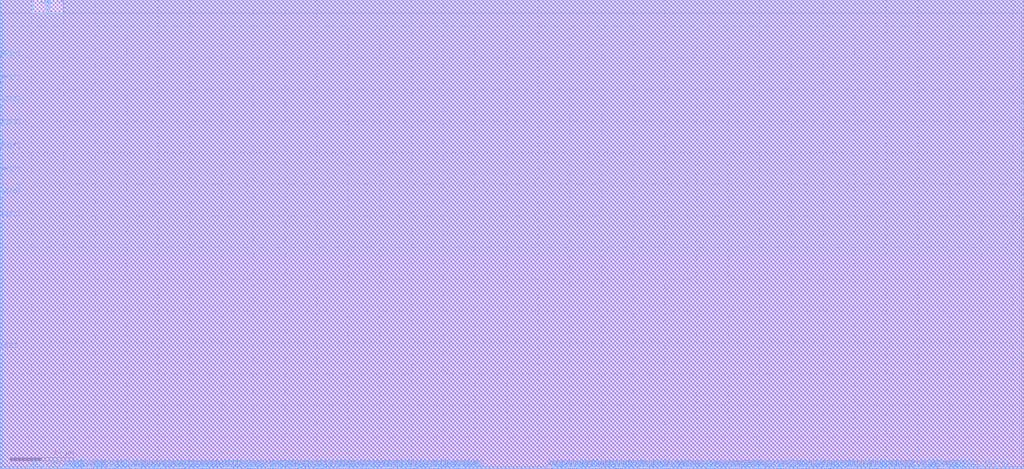
<source format=lef>
VERSION 5.5 ;
NAMESCASESENSITIVE ON ;
BUSBITCHARS "[]" ;
DIVIDERCHAR "/" ;

MACRO sram8t256x72
  CLASS BLOCK ;
  SOURCE USER ;
  ORIGIN 0 0 ;
  SIZE 161.728 BY 74.176 ;
  SYMMETRY X Y R90 ;

  PIN CE1
    DIRECTION INPUT ;
    USE SIGNAL ;
    PORT
      LAYER M2 ;
        RECT 157.472 0.000 157.624 0.152 ;
    END
    PORT
      LAYER M3 ;
        RECT 157.472 0.000 157.624 0.152 ;
    END
    PORT
      LAYER M4 ;
        RECT 157.472 0.000 157.624 0.152 ;
    END
    PORT
      LAYER M5 ;
        RECT 157.472 0.000 157.624 0.152 ;
    END
  END CE1

  PIN CSB1
    DIRECTION INPUT ;
    USE SIGNAL ;
    PORT
      LAYER M2 ;
        RECT 154.736 0.000 154.888 0.152 ;
    END
    PORT
      LAYER M3 ;
        RECT 154.736 0.000 154.888 0.152 ;
    END
    PORT
      LAYER M4 ;
        RECT 154.736 0.000 154.888 0.152 ;
    END
    PORT
      LAYER M5 ;
        RECT 154.736 0.000 154.888 0.152 ;
    END
  END CSB1

  PIN OEB1
    DIRECTION INPUT ;
    USE SIGNAL ;
    PORT
      LAYER M2 ;
        RECT 152.000 0.000 152.152 0.152 ;
    END
    PORT
      LAYER M3 ;
        RECT 152.000 0.000 152.152 0.152 ;
    END
    PORT
      LAYER M4 ;
        RECT 152.000 0.000 152.152 0.152 ;
    END
    PORT
      LAYER M5 ;
        RECT 152.000 0.000 152.152 0.152 ;
    END
  END OEB1

  PIN O1[3]
    DIRECTION OUTPUT ;
    USE SIGNAL ;
    PORT
      LAYER M2 ;
        RECT 149.264 0.000 149.416 0.152 ;
    END
    PORT
      LAYER M3 ;
        RECT 149.264 0.000 149.416 0.152 ;
    END
    PORT
      LAYER M4 ;
        RECT 149.264 0.000 149.416 0.152 ;
    END
    PORT
      LAYER M5 ;
        RECT 149.264 0.000 149.416 0.152 ;
    END
  END O1[3]

  PIN O1[2]
    DIRECTION OUTPUT ;
    USE SIGNAL ;
    PORT
      LAYER M2 ;
        RECT 148.960 0.000 149.112 0.152 ;
    END
    PORT
      LAYER M3 ;
        RECT 148.960 0.000 149.112 0.152 ;
    END
    PORT
      LAYER M4 ;
        RECT 148.960 0.000 149.112 0.152 ;
    END
    PORT
      LAYER M5 ;
        RECT 148.960 0.000 149.112 0.152 ;
    END
  END O1[2]

  PIN O1[1]
    DIRECTION OUTPUT ;
    USE SIGNAL ;
    PORT
      LAYER M2 ;
        RECT 148.656 0.000 148.808 0.152 ;
    END
    PORT
      LAYER M3 ;
        RECT 148.656 0.000 148.808 0.152 ;
    END
    PORT
      LAYER M4 ;
        RECT 148.656 0.000 148.808 0.152 ;
    END
    PORT
      LAYER M5 ;
        RECT 148.656 0.000 148.808 0.152 ;
    END
  END O1[1]

  PIN O1[0]
    DIRECTION OUTPUT ;
    USE SIGNAL ;
    PORT
      LAYER M2 ;
        RECT 148.352 0.000 148.504 0.152 ;
    END
    PORT
      LAYER M3 ;
        RECT 148.352 0.000 148.504 0.152 ;
    END
    PORT
      LAYER M4 ;
        RECT 148.352 0.000 148.504 0.152 ;
    END
    PORT
      LAYER M5 ;
        RECT 148.352 0.000 148.504 0.152 ;
    END
  END O1[0]

  PIN O1[7]
    DIRECTION OUTPUT ;
    USE SIGNAL ;
    PORT
      LAYER M2 ;
        RECT 145.616 0.000 145.768 0.152 ;
    END
    PORT
      LAYER M3 ;
        RECT 145.616 0.000 145.768 0.152 ;
    END
    PORT
      LAYER M4 ;
        RECT 145.616 0.000 145.768 0.152 ;
    END
    PORT
      LAYER M5 ;
        RECT 145.616 0.000 145.768 0.152 ;
    END
  END O1[7]

  PIN O1[6]
    DIRECTION OUTPUT ;
    USE SIGNAL ;
    PORT
      LAYER M2 ;
        RECT 145.312 0.000 145.464 0.152 ;
    END
    PORT
      LAYER M3 ;
        RECT 145.312 0.000 145.464 0.152 ;
    END
    PORT
      LAYER M4 ;
        RECT 145.312 0.000 145.464 0.152 ;
    END
    PORT
      LAYER M5 ;
        RECT 145.312 0.000 145.464 0.152 ;
    END
  END O1[6]

  PIN O1[5]
    DIRECTION OUTPUT ;
    USE SIGNAL ;
    PORT
      LAYER M2 ;
        RECT 145.008 0.000 145.160 0.152 ;
    END
    PORT
      LAYER M3 ;
        RECT 145.008 0.000 145.160 0.152 ;
    END
    PORT
      LAYER M4 ;
        RECT 145.008 0.000 145.160 0.152 ;
    END
    PORT
      LAYER M5 ;
        RECT 145.008 0.000 145.160 0.152 ;
    END
  END O1[5]

  PIN O1[4]
    DIRECTION OUTPUT ;
    USE SIGNAL ;
    PORT
      LAYER M2 ;
        RECT 144.704 0.000 144.856 0.152 ;
    END
    PORT
      LAYER M3 ;
        RECT 144.704 0.000 144.856 0.152 ;
    END
    PORT
      LAYER M4 ;
        RECT 144.704 0.000 144.856 0.152 ;
    END
    PORT
      LAYER M5 ;
        RECT 144.704 0.000 144.856 0.152 ;
    END
  END O1[4]

  PIN O1[11]
    DIRECTION OUTPUT ;
    USE SIGNAL ;
    PORT
      LAYER M2 ;
        RECT 141.968 0.000 142.120 0.152 ;
    END
    PORT
      LAYER M3 ;
        RECT 141.968 0.000 142.120 0.152 ;
    END
    PORT
      LAYER M4 ;
        RECT 141.968 0.000 142.120 0.152 ;
    END
    PORT
      LAYER M5 ;
        RECT 141.968 0.000 142.120 0.152 ;
    END
  END O1[11]

  PIN O1[10]
    DIRECTION OUTPUT ;
    USE SIGNAL ;
    PORT
      LAYER M2 ;
        RECT 141.664 0.000 141.816 0.152 ;
    END
    PORT
      LAYER M3 ;
        RECT 141.664 0.000 141.816 0.152 ;
    END
    PORT
      LAYER M4 ;
        RECT 141.664 0.000 141.816 0.152 ;
    END
    PORT
      LAYER M5 ;
        RECT 141.664 0.000 141.816 0.152 ;
    END
  END O1[10]

  PIN O1[9]
    DIRECTION OUTPUT ;
    USE SIGNAL ;
    PORT
      LAYER M2 ;
        RECT 141.360 0.000 141.512 0.152 ;
    END
    PORT
      LAYER M3 ;
        RECT 141.360 0.000 141.512 0.152 ;
    END
    PORT
      LAYER M4 ;
        RECT 141.360 0.000 141.512 0.152 ;
    END
    PORT
      LAYER M5 ;
        RECT 141.360 0.000 141.512 0.152 ;
    END
  END O1[9]

  PIN O1[8]
    DIRECTION OUTPUT ;
    USE SIGNAL ;
    PORT
      LAYER M2 ;
        RECT 141.056 0.000 141.208 0.152 ;
    END
    PORT
      LAYER M3 ;
        RECT 141.056 0.000 141.208 0.152 ;
    END
    PORT
      LAYER M4 ;
        RECT 141.056 0.000 141.208 0.152 ;
    END
    PORT
      LAYER M5 ;
        RECT 141.056 0.000 141.208 0.152 ;
    END
  END O1[8]

  PIN O1[15]
    DIRECTION OUTPUT ;
    USE SIGNAL ;
    PORT
      LAYER M2 ;
        RECT 138.320 0.000 138.472 0.152 ;
    END
    PORT
      LAYER M3 ;
        RECT 138.320 0.000 138.472 0.152 ;
    END
    PORT
      LAYER M4 ;
        RECT 138.320 0.000 138.472 0.152 ;
    END
    PORT
      LAYER M5 ;
        RECT 138.320 0.000 138.472 0.152 ;
    END
  END O1[15]

  PIN O1[14]
    DIRECTION OUTPUT ;
    USE SIGNAL ;
    PORT
      LAYER M2 ;
        RECT 138.016 0.000 138.168 0.152 ;
    END
    PORT
      LAYER M3 ;
        RECT 138.016 0.000 138.168 0.152 ;
    END
    PORT
      LAYER M4 ;
        RECT 138.016 0.000 138.168 0.152 ;
    END
    PORT
      LAYER M5 ;
        RECT 138.016 0.000 138.168 0.152 ;
    END
  END O1[14]

  PIN O1[13]
    DIRECTION OUTPUT ;
    USE SIGNAL ;
    PORT
      LAYER M2 ;
        RECT 137.712 0.000 137.864 0.152 ;
    END
    PORT
      LAYER M3 ;
        RECT 137.712 0.000 137.864 0.152 ;
    END
    PORT
      LAYER M4 ;
        RECT 137.712 0.000 137.864 0.152 ;
    END
    PORT
      LAYER M5 ;
        RECT 137.712 0.000 137.864 0.152 ;
    END
  END O1[13]

  PIN O1[12]
    DIRECTION OUTPUT ;
    USE SIGNAL ;
    PORT
      LAYER M2 ;
        RECT 137.408 0.000 137.560 0.152 ;
    END
    PORT
      LAYER M3 ;
        RECT 137.408 0.000 137.560 0.152 ;
    END
    PORT
      LAYER M4 ;
        RECT 137.408 0.000 137.560 0.152 ;
    END
    PORT
      LAYER M5 ;
        RECT 137.408 0.000 137.560 0.152 ;
    END
  END O1[12]

  PIN O1[19]
    DIRECTION OUTPUT ;
    USE SIGNAL ;
    PORT
      LAYER M2 ;
        RECT 134.672 0.000 134.824 0.152 ;
    END
    PORT
      LAYER M3 ;
        RECT 134.672 0.000 134.824 0.152 ;
    END
    PORT
      LAYER M4 ;
        RECT 134.672 0.000 134.824 0.152 ;
    END
    PORT
      LAYER M5 ;
        RECT 134.672 0.000 134.824 0.152 ;
    END
  END O1[19]

  PIN O1[18]
    DIRECTION OUTPUT ;
    USE SIGNAL ;
    PORT
      LAYER M2 ;
        RECT 134.368 0.000 134.520 0.152 ;
    END
    PORT
      LAYER M3 ;
        RECT 134.368 0.000 134.520 0.152 ;
    END
    PORT
      LAYER M4 ;
        RECT 134.368 0.000 134.520 0.152 ;
    END
    PORT
      LAYER M5 ;
        RECT 134.368 0.000 134.520 0.152 ;
    END
  END O1[18]

  PIN O1[17]
    DIRECTION OUTPUT ;
    USE SIGNAL ;
    PORT
      LAYER M2 ;
        RECT 134.064 0.000 134.216 0.152 ;
    END
    PORT
      LAYER M3 ;
        RECT 134.064 0.000 134.216 0.152 ;
    END
    PORT
      LAYER M4 ;
        RECT 134.064 0.000 134.216 0.152 ;
    END
    PORT
      LAYER M5 ;
        RECT 134.064 0.000 134.216 0.152 ;
    END
  END O1[17]

  PIN O1[16]
    DIRECTION OUTPUT ;
    USE SIGNAL ;
    PORT
      LAYER M2 ;
        RECT 133.760 0.000 133.912 0.152 ;
    END
    PORT
      LAYER M3 ;
        RECT 133.760 0.000 133.912 0.152 ;
    END
    PORT
      LAYER M4 ;
        RECT 133.760 0.000 133.912 0.152 ;
    END
    PORT
      LAYER M5 ;
        RECT 133.760 0.000 133.912 0.152 ;
    END
  END O1[16]

  PIN O1[23]
    DIRECTION OUTPUT ;
    USE SIGNAL ;
    PORT
      LAYER M2 ;
        RECT 131.024 0.000 131.176 0.152 ;
    END
    PORT
      LAYER M3 ;
        RECT 131.024 0.000 131.176 0.152 ;
    END
    PORT
      LAYER M4 ;
        RECT 131.024 0.000 131.176 0.152 ;
    END
    PORT
      LAYER M5 ;
        RECT 131.024 0.000 131.176 0.152 ;
    END
  END O1[23]

  PIN O1[22]
    DIRECTION OUTPUT ;
    USE SIGNAL ;
    PORT
      LAYER M2 ;
        RECT 130.720 0.000 130.872 0.152 ;
    END
    PORT
      LAYER M3 ;
        RECT 130.720 0.000 130.872 0.152 ;
    END
    PORT
      LAYER M4 ;
        RECT 130.720 0.000 130.872 0.152 ;
    END
    PORT
      LAYER M5 ;
        RECT 130.720 0.000 130.872 0.152 ;
    END
  END O1[22]

  PIN O1[21]
    DIRECTION OUTPUT ;
    USE SIGNAL ;
    PORT
      LAYER M2 ;
        RECT 130.416 0.000 130.568 0.152 ;
    END
    PORT
      LAYER M3 ;
        RECT 130.416 0.000 130.568 0.152 ;
    END
    PORT
      LAYER M4 ;
        RECT 130.416 0.000 130.568 0.152 ;
    END
    PORT
      LAYER M5 ;
        RECT 130.416 0.000 130.568 0.152 ;
    END
  END O1[21]

  PIN O1[20]
    DIRECTION OUTPUT ;
    USE SIGNAL ;
    PORT
      LAYER M2 ;
        RECT 130.112 0.000 130.264 0.152 ;
    END
    PORT
      LAYER M3 ;
        RECT 130.112 0.000 130.264 0.152 ;
    END
    PORT
      LAYER M4 ;
        RECT 130.112 0.000 130.264 0.152 ;
    END
    PORT
      LAYER M5 ;
        RECT 130.112 0.000 130.264 0.152 ;
    END
  END O1[20]

  PIN O1[27]
    DIRECTION OUTPUT ;
    USE SIGNAL ;
    PORT
      LAYER M2 ;
        RECT 127.376 0.000 127.528 0.152 ;
    END
    PORT
      LAYER M3 ;
        RECT 127.376 0.000 127.528 0.152 ;
    END
    PORT
      LAYER M4 ;
        RECT 127.376 0.000 127.528 0.152 ;
    END
    PORT
      LAYER M5 ;
        RECT 127.376 0.000 127.528 0.152 ;
    END
  END O1[27]

  PIN O1[26]
    DIRECTION OUTPUT ;
    USE SIGNAL ;
    PORT
      LAYER M2 ;
        RECT 127.072 0.000 127.224 0.152 ;
    END
    PORT
      LAYER M3 ;
        RECT 127.072 0.000 127.224 0.152 ;
    END
    PORT
      LAYER M4 ;
        RECT 127.072 0.000 127.224 0.152 ;
    END
    PORT
      LAYER M5 ;
        RECT 127.072 0.000 127.224 0.152 ;
    END
  END O1[26]

  PIN O1[25]
    DIRECTION OUTPUT ;
    USE SIGNAL ;
    PORT
      LAYER M2 ;
        RECT 126.768 0.000 126.920 0.152 ;
    END
    PORT
      LAYER M3 ;
        RECT 126.768 0.000 126.920 0.152 ;
    END
    PORT
      LAYER M4 ;
        RECT 126.768 0.000 126.920 0.152 ;
    END
    PORT
      LAYER M5 ;
        RECT 126.768 0.000 126.920 0.152 ;
    END
  END O1[25]

  PIN O1[24]
    DIRECTION OUTPUT ;
    USE SIGNAL ;
    PORT
      LAYER M2 ;
        RECT 126.464 0.000 126.616 0.152 ;
    END
    PORT
      LAYER M3 ;
        RECT 126.464 0.000 126.616 0.152 ;
    END
    PORT
      LAYER M4 ;
        RECT 126.464 0.000 126.616 0.152 ;
    END
    PORT
      LAYER M5 ;
        RECT 126.464 0.000 126.616 0.152 ;
    END
  END O1[24]

  PIN O1[31]
    DIRECTION OUTPUT ;
    USE SIGNAL ;
    PORT
      LAYER M2 ;
        RECT 123.728 0.000 123.880 0.152 ;
    END
    PORT
      LAYER M3 ;
        RECT 123.728 0.000 123.880 0.152 ;
    END
    PORT
      LAYER M4 ;
        RECT 123.728 0.000 123.880 0.152 ;
    END
    PORT
      LAYER M5 ;
        RECT 123.728 0.000 123.880 0.152 ;
    END
  END O1[31]

  PIN O1[30]
    DIRECTION OUTPUT ;
    USE SIGNAL ;
    PORT
      LAYER M2 ;
        RECT 123.424 0.000 123.576 0.152 ;
    END
    PORT
      LAYER M3 ;
        RECT 123.424 0.000 123.576 0.152 ;
    END
    PORT
      LAYER M4 ;
        RECT 123.424 0.000 123.576 0.152 ;
    END
    PORT
      LAYER M5 ;
        RECT 123.424 0.000 123.576 0.152 ;
    END
  END O1[30]

  PIN O1[29]
    DIRECTION OUTPUT ;
    USE SIGNAL ;
    PORT
      LAYER M2 ;
        RECT 123.120 0.000 123.272 0.152 ;
    END
    PORT
      LAYER M3 ;
        RECT 123.120 0.000 123.272 0.152 ;
    END
    PORT
      LAYER M4 ;
        RECT 123.120 0.000 123.272 0.152 ;
    END
    PORT
      LAYER M5 ;
        RECT 123.120 0.000 123.272 0.152 ;
    END
  END O1[29]

  PIN O1[28]
    DIRECTION OUTPUT ;
    USE SIGNAL ;
    PORT
      LAYER M2 ;
        RECT 122.816 0.000 122.968 0.152 ;
    END
    PORT
      LAYER M3 ;
        RECT 122.816 0.000 122.968 0.152 ;
    END
    PORT
      LAYER M4 ;
        RECT 122.816 0.000 122.968 0.152 ;
    END
    PORT
      LAYER M5 ;
        RECT 122.816 0.000 122.968 0.152 ;
    END
  END O1[28]

  PIN O1[35]
    DIRECTION OUTPUT ;
    USE SIGNAL ;
    PORT
      LAYER M2 ;
        RECT 120.080 0.000 120.232 0.152 ;
    END
    PORT
      LAYER M3 ;
        RECT 120.080 0.000 120.232 0.152 ;
    END
    PORT
      LAYER M4 ;
        RECT 120.080 0.000 120.232 0.152 ;
    END
    PORT
      LAYER M5 ;
        RECT 120.080 0.000 120.232 0.152 ;
    END
  END O1[35]

  PIN O1[34]
    DIRECTION OUTPUT ;
    USE SIGNAL ;
    PORT
      LAYER M2 ;
        RECT 119.776 0.000 119.928 0.152 ;
    END
    PORT
      LAYER M3 ;
        RECT 119.776 0.000 119.928 0.152 ;
    END
    PORT
      LAYER M4 ;
        RECT 119.776 0.000 119.928 0.152 ;
    END
    PORT
      LAYER M5 ;
        RECT 119.776 0.000 119.928 0.152 ;
    END
  END O1[34]

  PIN O1[33]
    DIRECTION OUTPUT ;
    USE SIGNAL ;
    PORT
      LAYER M2 ;
        RECT 119.472 0.000 119.624 0.152 ;
    END
    PORT
      LAYER M3 ;
        RECT 119.472 0.000 119.624 0.152 ;
    END
    PORT
      LAYER M4 ;
        RECT 119.472 0.000 119.624 0.152 ;
    END
    PORT
      LAYER M5 ;
        RECT 119.472 0.000 119.624 0.152 ;
    END
  END O1[33]

  PIN O1[32]
    DIRECTION OUTPUT ;
    USE SIGNAL ;
    PORT
      LAYER M2 ;
        RECT 119.168 0.000 119.320 0.152 ;
    END
    PORT
      LAYER M3 ;
        RECT 119.168 0.000 119.320 0.152 ;
    END
    PORT
      LAYER M4 ;
        RECT 119.168 0.000 119.320 0.152 ;
    END
    PORT
      LAYER M5 ;
        RECT 119.168 0.000 119.320 0.152 ;
    END
  END O1[32]

  PIN O1[39]
    DIRECTION OUTPUT ;
    USE SIGNAL ;
    PORT
      LAYER M2 ;
        RECT 116.432 0.000 116.584 0.152 ;
    END
    PORT
      LAYER M3 ;
        RECT 116.432 0.000 116.584 0.152 ;
    END
    PORT
      LAYER M4 ;
        RECT 116.432 0.000 116.584 0.152 ;
    END
    PORT
      LAYER M5 ;
        RECT 116.432 0.000 116.584 0.152 ;
    END
  END O1[39]

  PIN O1[38]
    DIRECTION OUTPUT ;
    USE SIGNAL ;
    PORT
      LAYER M2 ;
        RECT 116.128 0.000 116.280 0.152 ;
    END
    PORT
      LAYER M3 ;
        RECT 116.128 0.000 116.280 0.152 ;
    END
    PORT
      LAYER M4 ;
        RECT 116.128 0.000 116.280 0.152 ;
    END
    PORT
      LAYER M5 ;
        RECT 116.128 0.000 116.280 0.152 ;
    END
  END O1[38]

  PIN O1[37]
    DIRECTION OUTPUT ;
    USE SIGNAL ;
    PORT
      LAYER M2 ;
        RECT 115.824 0.000 115.976 0.152 ;
    END
    PORT
      LAYER M3 ;
        RECT 115.824 0.000 115.976 0.152 ;
    END
    PORT
      LAYER M4 ;
        RECT 115.824 0.000 115.976 0.152 ;
    END
    PORT
      LAYER M5 ;
        RECT 115.824 0.000 115.976 0.152 ;
    END
  END O1[37]

  PIN O1[36]
    DIRECTION OUTPUT ;
    USE SIGNAL ;
    PORT
      LAYER M2 ;
        RECT 115.520 0.000 115.672 0.152 ;
    END
    PORT
      LAYER M3 ;
        RECT 115.520 0.000 115.672 0.152 ;
    END
    PORT
      LAYER M4 ;
        RECT 115.520 0.000 115.672 0.152 ;
    END
    PORT
      LAYER M5 ;
        RECT 115.520 0.000 115.672 0.152 ;
    END
  END O1[36]

  PIN O1[43]
    DIRECTION OUTPUT ;
    USE SIGNAL ;
    PORT
      LAYER M2 ;
        RECT 112.784 0.000 112.936 0.152 ;
    END
    PORT
      LAYER M3 ;
        RECT 112.784 0.000 112.936 0.152 ;
    END
    PORT
      LAYER M4 ;
        RECT 112.784 0.000 112.936 0.152 ;
    END
    PORT
      LAYER M5 ;
        RECT 112.784 0.000 112.936 0.152 ;
    END
  END O1[43]

  PIN O1[42]
    DIRECTION OUTPUT ;
    USE SIGNAL ;
    PORT
      LAYER M2 ;
        RECT 112.480 0.000 112.632 0.152 ;
    END
    PORT
      LAYER M3 ;
        RECT 112.480 0.000 112.632 0.152 ;
    END
    PORT
      LAYER M4 ;
        RECT 112.480 0.000 112.632 0.152 ;
    END
    PORT
      LAYER M5 ;
        RECT 112.480 0.000 112.632 0.152 ;
    END
  END O1[42]

  PIN O1[41]
    DIRECTION OUTPUT ;
    USE SIGNAL ;
    PORT
      LAYER M2 ;
        RECT 112.176 0.000 112.328 0.152 ;
    END
    PORT
      LAYER M3 ;
        RECT 112.176 0.000 112.328 0.152 ;
    END
    PORT
      LAYER M4 ;
        RECT 112.176 0.000 112.328 0.152 ;
    END
    PORT
      LAYER M5 ;
        RECT 112.176 0.000 112.328 0.152 ;
    END
  END O1[41]

  PIN O1[40]
    DIRECTION OUTPUT ;
    USE SIGNAL ;
    PORT
      LAYER M2 ;
        RECT 111.872 0.000 112.024 0.152 ;
    END
    PORT
      LAYER M3 ;
        RECT 111.872 0.000 112.024 0.152 ;
    END
    PORT
      LAYER M4 ;
        RECT 111.872 0.000 112.024 0.152 ;
    END
    PORT
      LAYER M5 ;
        RECT 111.872 0.000 112.024 0.152 ;
    END
  END O1[40]

  PIN O1[47]
    DIRECTION OUTPUT ;
    USE SIGNAL ;
    PORT
      LAYER M2 ;
        RECT 109.136 0.000 109.288 0.152 ;
    END
    PORT
      LAYER M3 ;
        RECT 109.136 0.000 109.288 0.152 ;
    END
    PORT
      LAYER M4 ;
        RECT 109.136 0.000 109.288 0.152 ;
    END
    PORT
      LAYER M5 ;
        RECT 109.136 0.000 109.288 0.152 ;
    END
  END O1[47]

  PIN O1[46]
    DIRECTION OUTPUT ;
    USE SIGNAL ;
    PORT
      LAYER M2 ;
        RECT 108.832 0.000 108.984 0.152 ;
    END
    PORT
      LAYER M3 ;
        RECT 108.832 0.000 108.984 0.152 ;
    END
    PORT
      LAYER M4 ;
        RECT 108.832 0.000 108.984 0.152 ;
    END
    PORT
      LAYER M5 ;
        RECT 108.832 0.000 108.984 0.152 ;
    END
  END O1[46]

  PIN O1[45]
    DIRECTION OUTPUT ;
    USE SIGNAL ;
    PORT
      LAYER M2 ;
        RECT 108.528 0.000 108.680 0.152 ;
    END
    PORT
      LAYER M3 ;
        RECT 108.528 0.000 108.680 0.152 ;
    END
    PORT
      LAYER M4 ;
        RECT 108.528 0.000 108.680 0.152 ;
    END
    PORT
      LAYER M5 ;
        RECT 108.528 0.000 108.680 0.152 ;
    END
  END O1[45]

  PIN O1[44]
    DIRECTION OUTPUT ;
    USE SIGNAL ;
    PORT
      LAYER M2 ;
        RECT 108.224 0.000 108.376 0.152 ;
    END
    PORT
      LAYER M3 ;
        RECT 108.224 0.000 108.376 0.152 ;
    END
    PORT
      LAYER M4 ;
        RECT 108.224 0.000 108.376 0.152 ;
    END
    PORT
      LAYER M5 ;
        RECT 108.224 0.000 108.376 0.152 ;
    END
  END O1[44]

  PIN O1[51]
    DIRECTION OUTPUT ;
    USE SIGNAL ;
    PORT
      LAYER M2 ;
        RECT 105.488 0.000 105.640 0.152 ;
    END
    PORT
      LAYER M3 ;
        RECT 105.488 0.000 105.640 0.152 ;
    END
    PORT
      LAYER M4 ;
        RECT 105.488 0.000 105.640 0.152 ;
    END
    PORT
      LAYER M5 ;
        RECT 105.488 0.000 105.640 0.152 ;
    END
  END O1[51]

  PIN O1[50]
    DIRECTION OUTPUT ;
    USE SIGNAL ;
    PORT
      LAYER M2 ;
        RECT 105.184 0.000 105.336 0.152 ;
    END
    PORT
      LAYER M3 ;
        RECT 105.184 0.000 105.336 0.152 ;
    END
    PORT
      LAYER M4 ;
        RECT 105.184 0.000 105.336 0.152 ;
    END
    PORT
      LAYER M5 ;
        RECT 105.184 0.000 105.336 0.152 ;
    END
  END O1[50]

  PIN O1[49]
    DIRECTION OUTPUT ;
    USE SIGNAL ;
    PORT
      LAYER M2 ;
        RECT 104.880 0.000 105.032 0.152 ;
    END
    PORT
      LAYER M3 ;
        RECT 104.880 0.000 105.032 0.152 ;
    END
    PORT
      LAYER M4 ;
        RECT 104.880 0.000 105.032 0.152 ;
    END
    PORT
      LAYER M5 ;
        RECT 104.880 0.000 105.032 0.152 ;
    END
  END O1[49]

  PIN O1[48]
    DIRECTION OUTPUT ;
    USE SIGNAL ;
    PORT
      LAYER M2 ;
        RECT 104.576 0.000 104.728 0.152 ;
    END
    PORT
      LAYER M3 ;
        RECT 104.576 0.000 104.728 0.152 ;
    END
    PORT
      LAYER M4 ;
        RECT 104.576 0.000 104.728 0.152 ;
    END
    PORT
      LAYER M5 ;
        RECT 104.576 0.000 104.728 0.152 ;
    END
  END O1[48]

  PIN O1[55]
    DIRECTION OUTPUT ;
    USE SIGNAL ;
    PORT
      LAYER M2 ;
        RECT 101.840 0.000 101.992 0.152 ;
    END
    PORT
      LAYER M3 ;
        RECT 101.840 0.000 101.992 0.152 ;
    END
    PORT
      LAYER M4 ;
        RECT 101.840 0.000 101.992 0.152 ;
    END
    PORT
      LAYER M5 ;
        RECT 101.840 0.000 101.992 0.152 ;
    END
  END O1[55]

  PIN O1[54]
    DIRECTION OUTPUT ;
    USE SIGNAL ;
    PORT
      LAYER M2 ;
        RECT 101.536 0.000 101.688 0.152 ;
    END
    PORT
      LAYER M3 ;
        RECT 101.536 0.000 101.688 0.152 ;
    END
    PORT
      LAYER M4 ;
        RECT 101.536 0.000 101.688 0.152 ;
    END
    PORT
      LAYER M5 ;
        RECT 101.536 0.000 101.688 0.152 ;
    END
  END O1[54]

  PIN O1[53]
    DIRECTION OUTPUT ;
    USE SIGNAL ;
    PORT
      LAYER M2 ;
        RECT 101.232 0.000 101.384 0.152 ;
    END
    PORT
      LAYER M3 ;
        RECT 101.232 0.000 101.384 0.152 ;
    END
    PORT
      LAYER M4 ;
        RECT 101.232 0.000 101.384 0.152 ;
    END
    PORT
      LAYER M5 ;
        RECT 101.232 0.000 101.384 0.152 ;
    END
  END O1[53]

  PIN O1[52]
    DIRECTION OUTPUT ;
    USE SIGNAL ;
    PORT
      LAYER M2 ;
        RECT 100.928 0.000 101.080 0.152 ;
    END
    PORT
      LAYER M3 ;
        RECT 100.928 0.000 101.080 0.152 ;
    END
    PORT
      LAYER M4 ;
        RECT 100.928 0.000 101.080 0.152 ;
    END
    PORT
      LAYER M5 ;
        RECT 100.928 0.000 101.080 0.152 ;
    END
  END O1[52]

  PIN O1[59]
    DIRECTION OUTPUT ;
    USE SIGNAL ;
    PORT
      LAYER M2 ;
        RECT 98.192 0.000 98.344 0.152 ;
    END
    PORT
      LAYER M3 ;
        RECT 98.192 0.000 98.344 0.152 ;
    END
    PORT
      LAYER M4 ;
        RECT 98.192 0.000 98.344 0.152 ;
    END
    PORT
      LAYER M5 ;
        RECT 98.192 0.000 98.344 0.152 ;
    END
  END O1[59]

  PIN O1[58]
    DIRECTION OUTPUT ;
    USE SIGNAL ;
    PORT
      LAYER M2 ;
        RECT 97.888 0.000 98.040 0.152 ;
    END
    PORT
      LAYER M3 ;
        RECT 97.888 0.000 98.040 0.152 ;
    END
    PORT
      LAYER M4 ;
        RECT 97.888 0.000 98.040 0.152 ;
    END
    PORT
      LAYER M5 ;
        RECT 97.888 0.000 98.040 0.152 ;
    END
  END O1[58]

  PIN O1[57]
    DIRECTION OUTPUT ;
    USE SIGNAL ;
    PORT
      LAYER M2 ;
        RECT 97.584 0.000 97.736 0.152 ;
    END
    PORT
      LAYER M3 ;
        RECT 97.584 0.000 97.736 0.152 ;
    END
    PORT
      LAYER M4 ;
        RECT 97.584 0.000 97.736 0.152 ;
    END
    PORT
      LAYER M5 ;
        RECT 97.584 0.000 97.736 0.152 ;
    END
  END O1[57]

  PIN O1[56]
    DIRECTION OUTPUT ;
    USE SIGNAL ;
    PORT
      LAYER M2 ;
        RECT 97.280 0.000 97.432 0.152 ;
    END
    PORT
      LAYER M3 ;
        RECT 97.280 0.000 97.432 0.152 ;
    END
    PORT
      LAYER M4 ;
        RECT 97.280 0.000 97.432 0.152 ;
    END
    PORT
      LAYER M5 ;
        RECT 97.280 0.000 97.432 0.152 ;
    END
  END O1[56]

  PIN O1[63]
    DIRECTION OUTPUT ;
    USE SIGNAL ;
    PORT
      LAYER M2 ;
        RECT 94.544 0.000 94.696 0.152 ;
    END
    PORT
      LAYER M3 ;
        RECT 94.544 0.000 94.696 0.152 ;
    END
    PORT
      LAYER M4 ;
        RECT 94.544 0.000 94.696 0.152 ;
    END
    PORT
      LAYER M5 ;
        RECT 94.544 0.000 94.696 0.152 ;
    END
  END O1[63]

  PIN O1[62]
    DIRECTION OUTPUT ;
    USE SIGNAL ;
    PORT
      LAYER M2 ;
        RECT 94.240 0.000 94.392 0.152 ;
    END
    PORT
      LAYER M3 ;
        RECT 94.240 0.000 94.392 0.152 ;
    END
    PORT
      LAYER M4 ;
        RECT 94.240 0.000 94.392 0.152 ;
    END
    PORT
      LAYER M5 ;
        RECT 94.240 0.000 94.392 0.152 ;
    END
  END O1[62]

  PIN O1[61]
    DIRECTION OUTPUT ;
    USE SIGNAL ;
    PORT
      LAYER M2 ;
        RECT 93.936 0.000 94.088 0.152 ;
    END
    PORT
      LAYER M3 ;
        RECT 93.936 0.000 94.088 0.152 ;
    END
    PORT
      LAYER M4 ;
        RECT 93.936 0.000 94.088 0.152 ;
    END
    PORT
      LAYER M5 ;
        RECT 93.936 0.000 94.088 0.152 ;
    END
  END O1[61]

  PIN O1[60]
    DIRECTION OUTPUT ;
    USE SIGNAL ;
    PORT
      LAYER M2 ;
        RECT 93.632 0.000 93.784 0.152 ;
    END
    PORT
      LAYER M3 ;
        RECT 93.632 0.000 93.784 0.152 ;
    END
    PORT
      LAYER M4 ;
        RECT 93.632 0.000 93.784 0.152 ;
    END
    PORT
      LAYER M5 ;
        RECT 93.632 0.000 93.784 0.152 ;
    END
  END O1[60]

  PIN O1[67]
    DIRECTION OUTPUT ;
    USE SIGNAL ;
    PORT
      LAYER M2 ;
        RECT 90.896 0.000 91.048 0.152 ;
    END
    PORT
      LAYER M3 ;
        RECT 90.896 0.000 91.048 0.152 ;
    END
    PORT
      LAYER M4 ;
        RECT 90.896 0.000 91.048 0.152 ;
    END
    PORT
      LAYER M5 ;
        RECT 90.896 0.000 91.048 0.152 ;
    END
  END O1[67]

  PIN O1[66]
    DIRECTION OUTPUT ;
    USE SIGNAL ;
    PORT
      LAYER M2 ;
        RECT 90.592 0.000 90.744 0.152 ;
    END
    PORT
      LAYER M3 ;
        RECT 90.592 0.000 90.744 0.152 ;
    END
    PORT
      LAYER M4 ;
        RECT 90.592 0.000 90.744 0.152 ;
    END
    PORT
      LAYER M5 ;
        RECT 90.592 0.000 90.744 0.152 ;
    END
  END O1[66]

  PIN O1[65]
    DIRECTION OUTPUT ;
    USE SIGNAL ;
    PORT
      LAYER M2 ;
        RECT 90.288 0.000 90.440 0.152 ;
    END
    PORT
      LAYER M3 ;
        RECT 90.288 0.000 90.440 0.152 ;
    END
    PORT
      LAYER M4 ;
        RECT 90.288 0.000 90.440 0.152 ;
    END
    PORT
      LAYER M5 ;
        RECT 90.288 0.000 90.440 0.152 ;
    END
  END O1[65]

  PIN O1[64]
    DIRECTION OUTPUT ;
    USE SIGNAL ;
    PORT
      LAYER M2 ;
        RECT 89.984 0.000 90.136 0.152 ;
    END
    PORT
      LAYER M3 ;
        RECT 89.984 0.000 90.136 0.152 ;
    END
    PORT
      LAYER M4 ;
        RECT 89.984 0.000 90.136 0.152 ;
    END
    PORT
      LAYER M5 ;
        RECT 89.984 0.000 90.136 0.152 ;
    END
  END O1[64]

  PIN O1[71]
    DIRECTION OUTPUT ;
    USE SIGNAL ;
    PORT
      LAYER M2 ;
        RECT 87.248 0.000 87.400 0.152 ;
    END
    PORT
      LAYER M3 ;
        RECT 87.248 0.000 87.400 0.152 ;
    END
    PORT
      LAYER M4 ;
        RECT 87.248 0.000 87.400 0.152 ;
    END
    PORT
      LAYER M5 ;
        RECT 87.248 0.000 87.400 0.152 ;
    END
  END O1[71]

  PIN O1[70]
    DIRECTION OUTPUT ;
    USE SIGNAL ;
    PORT
      LAYER M2 ;
        RECT 86.944 0.000 87.096 0.152 ;
    END
    PORT
      LAYER M3 ;
        RECT 86.944 0.000 87.096 0.152 ;
    END
    PORT
      LAYER M4 ;
        RECT 86.944 0.000 87.096 0.152 ;
    END
    PORT
      LAYER M5 ;
        RECT 86.944 0.000 87.096 0.152 ;
    END
  END O1[70]

  PIN O1[69]
    DIRECTION OUTPUT ;
    USE SIGNAL ;
    PORT
      LAYER M2 ;
        RECT 86.640 0.000 86.792 0.152 ;
    END
    PORT
      LAYER M3 ;
        RECT 86.640 0.000 86.792 0.152 ;
    END
    PORT
      LAYER M4 ;
        RECT 86.640 0.000 86.792 0.152 ;
    END
    PORT
      LAYER M5 ;
        RECT 86.640 0.000 86.792 0.152 ;
    END
  END O1[69]

  PIN O1[68]
    DIRECTION OUTPUT ;
    USE SIGNAL ;
    PORT
      LAYER M2 ;
        RECT 86.336 0.000 86.488 0.152 ;
    END
    PORT
      LAYER M3 ;
        RECT 86.336 0.000 86.488 0.152 ;
    END
    PORT
      LAYER M4 ;
        RECT 86.336 0.000 86.488 0.152 ;
    END
    PORT
      LAYER M5 ;
        RECT 86.336 0.000 86.488 0.152 ;
    END
  END O1[68]

  PIN A1[0]
    DIRECTION INPUT ;
    USE SIGNAL ;
    PORT
      LAYER M2 ;
        RECT 161.576 64.904 161.728 65.056 ;
    END
    PORT
      LAYER M3 ;
        RECT 161.576 64.904 161.728 65.056 ;
    END
    PORT
      LAYER M4 ;
        RECT 161.576 64.904 161.728 65.056 ;
    END
    PORT
      LAYER M5 ;
        RECT 161.576 64.904 161.728 65.056 ;
    END
  END A1[0]

  PIN A1[1]
    DIRECTION INPUT ;
    USE SIGNAL ;
    PORT
      LAYER M2 ;
        RECT 161.576 61.256 161.728 61.408 ;
    END
    PORT
      LAYER M3 ;
        RECT 161.576 61.256 161.728 61.408 ;
    END
    PORT
      LAYER M4 ;
        RECT 161.576 61.256 161.728 61.408 ;
    END
    PORT
      LAYER M5 ;
        RECT 161.576 61.256 161.728 61.408 ;
    END
  END A1[1]

  PIN A1[2]
    DIRECTION INPUT ;
    USE SIGNAL ;
    PORT
      LAYER M2 ;
        RECT 161.576 57.608 161.728 57.760 ;
    END
    PORT
      LAYER M3 ;
        RECT 161.576 57.608 161.728 57.760 ;
    END
    PORT
      LAYER M4 ;
        RECT 161.576 57.608 161.728 57.760 ;
    END
    PORT
      LAYER M5 ;
        RECT 161.576 57.608 161.728 57.760 ;
    END
  END A1[2]

  PIN A1[3]
    DIRECTION INPUT ;
    USE SIGNAL ;
    PORT
      LAYER M2 ;
        RECT 161.576 53.960 161.728 54.112 ;
    END
    PORT
      LAYER M3 ;
        RECT 161.576 53.960 161.728 54.112 ;
    END
    PORT
      LAYER M4 ;
        RECT 161.576 53.960 161.728 54.112 ;
    END
    PORT
      LAYER M5 ;
        RECT 161.576 53.960 161.728 54.112 ;
    END
  END A1[3]

  PIN A1[4]
    DIRECTION INPUT ;
    USE SIGNAL ;
    PORT
      LAYER M2 ;
        RECT 161.576 50.312 161.728 50.464 ;
    END
    PORT
      LAYER M3 ;
        RECT 161.576 50.312 161.728 50.464 ;
    END
    PORT
      LAYER M4 ;
        RECT 161.576 50.312 161.728 50.464 ;
    END
    PORT
      LAYER M5 ;
        RECT 161.576 50.312 161.728 50.464 ;
    END
  END A1[4]

  PIN A1[5]
    DIRECTION INPUT ;
    USE SIGNAL ;
    PORT
      LAYER M2 ;
        RECT 161.576 46.664 161.728 46.816 ;
    END
    PORT
      LAYER M3 ;
        RECT 161.576 46.664 161.728 46.816 ;
    END
    PORT
      LAYER M4 ;
        RECT 161.576 46.664 161.728 46.816 ;
    END
    PORT
      LAYER M5 ;
        RECT 161.576 46.664 161.728 46.816 ;
    END
  END A1[5]

  PIN A1[6]
    DIRECTION INPUT ;
    USE SIGNAL ;
    PORT
      LAYER M2 ;
        RECT 161.576 43.016 161.728 43.168 ;
    END
    PORT
      LAYER M3 ;
        RECT 161.576 43.016 161.728 43.168 ;
    END
    PORT
      LAYER M4 ;
        RECT 161.576 43.016 161.728 43.168 ;
    END
    PORT
      LAYER M5 ;
        RECT 161.576 43.016 161.728 43.168 ;
    END
  END A1[6]

  PIN A1[7]
    DIRECTION INPUT ;
    USE SIGNAL ;
    PORT
      LAYER M2 ;
        RECT 161.576 39.368 161.728 39.520 ;
    END
    PORT
      LAYER M3 ;
        RECT 161.576 39.368 161.728 39.520 ;
    END
    PORT
      LAYER M4 ;
        RECT 161.576 39.368 161.728 39.520 ;
    END
    PORT
      LAYER M5 ;
        RECT 161.576 39.368 161.728 39.520 ;
    END
  END A1[7]

  PIN CE2
    DIRECTION INPUT ;
    USE SIGNAL ;
    PORT
      LAYER M2 ;
        RECT 4.256 0.000 4.408 0.152 ;
    END
    PORT
      LAYER M3 ;
        RECT 4.256 0.000 4.408 0.152 ;
    END
    PORT
      LAYER M4 ;
        RECT 4.256 0.000 4.408 0.152 ;
    END
    PORT
      LAYER M5 ;
        RECT 4.256 0.000 4.408 0.152 ;
    END
  END CE2

  PIN CSB2
    DIRECTION INPUT ;
    USE SIGNAL ;
    PORT
      LAYER M2 ;
        RECT 6.992 0.000 7.144 0.152 ;
    END
    PORT
      LAYER M3 ;
        RECT 6.992 0.000 7.144 0.152 ;
    END
    PORT
      LAYER M4 ;
        RECT 6.992 0.000 7.144 0.152 ;
    END
    PORT
      LAYER M5 ;
        RECT 6.992 0.000 7.144 0.152 ;
    END
  END CSB2

  PIN I2[0]
    DIRECTION INPUT ;
    USE SIGNAL ;
    PORT
      LAYER M2 ;
        RECT 9.728 0.000 9.880 0.152 ;
    END
    PORT
      LAYER M3 ;
        RECT 9.728 0.000 9.880 0.152 ;
    END
    PORT
      LAYER M4 ;
        RECT 9.728 0.000 9.880 0.152 ;
    END
    PORT
      LAYER M5 ;
        RECT 9.728 0.000 9.880 0.152 ;
    END
  END I2[0]

  PIN I2[1]
    DIRECTION INPUT ;
    USE SIGNAL ;
    PORT
      LAYER M2 ;
        RECT 10.032 0.000 10.184 0.152 ;
    END
    PORT
      LAYER M3 ;
        RECT 10.032 0.000 10.184 0.152 ;
    END
    PORT
      LAYER M4 ;
        RECT 10.032 0.000 10.184 0.152 ;
    END
    PORT
      LAYER M5 ;
        RECT 10.032 0.000 10.184 0.152 ;
    END
  END I2[1]

  PIN I2[2]
    DIRECTION INPUT ;
    USE SIGNAL ;
    PORT
      LAYER M2 ;
        RECT 10.336 0.000 10.488 0.152 ;
    END
    PORT
      LAYER M3 ;
        RECT 10.336 0.000 10.488 0.152 ;
    END
    PORT
      LAYER M4 ;
        RECT 10.336 0.000 10.488 0.152 ;
    END
    PORT
      LAYER M5 ;
        RECT 10.336 0.000 10.488 0.152 ;
    END
  END I2[2]

  PIN I2[3]
    DIRECTION INPUT ;
    USE SIGNAL ;
    PORT
      LAYER M2 ;
        RECT 10.640 0.000 10.792 0.152 ;
    END
    PORT
      LAYER M3 ;
        RECT 10.640 0.000 10.792 0.152 ;
    END
    PORT
      LAYER M4 ;
        RECT 10.640 0.000 10.792 0.152 ;
    END
    PORT
      LAYER M5 ;
        RECT 10.640 0.000 10.792 0.152 ;
    END
  END I2[3]

  PIN I2[4]
    DIRECTION INPUT ;
    USE SIGNAL ;
    PORT
      LAYER M2 ;
        RECT 13.376 0.000 13.528 0.152 ;
    END
    PORT
      LAYER M3 ;
        RECT 13.376 0.000 13.528 0.152 ;
    END
    PORT
      LAYER M4 ;
        RECT 13.376 0.000 13.528 0.152 ;
    END
    PORT
      LAYER M5 ;
        RECT 13.376 0.000 13.528 0.152 ;
    END
  END I2[4]

  PIN I2[5]
    DIRECTION INPUT ;
    USE SIGNAL ;
    PORT
      LAYER M2 ;
        RECT 13.680 0.000 13.832 0.152 ;
    END
    PORT
      LAYER M3 ;
        RECT 13.680 0.000 13.832 0.152 ;
    END
    PORT
      LAYER M4 ;
        RECT 13.680 0.000 13.832 0.152 ;
    END
    PORT
      LAYER M5 ;
        RECT 13.680 0.000 13.832 0.152 ;
    END
  END I2[5]

  PIN I2[6]
    DIRECTION INPUT ;
    USE SIGNAL ;
    PORT
      LAYER M2 ;
        RECT 13.984 0.000 14.136 0.152 ;
    END
    PORT
      LAYER M3 ;
        RECT 13.984 0.000 14.136 0.152 ;
    END
    PORT
      LAYER M4 ;
        RECT 13.984 0.000 14.136 0.152 ;
    END
    PORT
      LAYER M5 ;
        RECT 13.984 0.000 14.136 0.152 ;
    END
  END I2[6]

  PIN I2[7]
    DIRECTION INPUT ;
    USE SIGNAL ;
    PORT
      LAYER M2 ;
        RECT 14.288 0.000 14.440 0.152 ;
    END
    PORT
      LAYER M3 ;
        RECT 14.288 0.000 14.440 0.152 ;
    END
    PORT
      LAYER M4 ;
        RECT 14.288 0.000 14.440 0.152 ;
    END
    PORT
      LAYER M5 ;
        RECT 14.288 0.000 14.440 0.152 ;
    END
  END I2[7]

  PIN I2[8]
    DIRECTION INPUT ;
    USE SIGNAL ;
    PORT
      LAYER M2 ;
        RECT 17.024 0.000 17.176 0.152 ;
    END
    PORT
      LAYER M3 ;
        RECT 17.024 0.000 17.176 0.152 ;
    END
    PORT
      LAYER M4 ;
        RECT 17.024 0.000 17.176 0.152 ;
    END
    PORT
      LAYER M5 ;
        RECT 17.024 0.000 17.176 0.152 ;
    END
  END I2[8]

  PIN I2[9]
    DIRECTION INPUT ;
    USE SIGNAL ;
    PORT
      LAYER M2 ;
        RECT 17.328 0.000 17.480 0.152 ;
    END
    PORT
      LAYER M3 ;
        RECT 17.328 0.000 17.480 0.152 ;
    END
    PORT
      LAYER M4 ;
        RECT 17.328 0.000 17.480 0.152 ;
    END
    PORT
      LAYER M5 ;
        RECT 17.328 0.000 17.480 0.152 ;
    END
  END I2[9]

  PIN I2[10]
    DIRECTION INPUT ;
    USE SIGNAL ;
    PORT
      LAYER M2 ;
        RECT 17.632 0.000 17.784 0.152 ;
    END
    PORT
      LAYER M3 ;
        RECT 17.632 0.000 17.784 0.152 ;
    END
    PORT
      LAYER M4 ;
        RECT 17.632 0.000 17.784 0.152 ;
    END
    PORT
      LAYER M5 ;
        RECT 17.632 0.000 17.784 0.152 ;
    END
  END I2[10]

  PIN I2[11]
    DIRECTION INPUT ;
    USE SIGNAL ;
    PORT
      LAYER M2 ;
        RECT 17.936 0.000 18.088 0.152 ;
    END
    PORT
      LAYER M3 ;
        RECT 17.936 0.000 18.088 0.152 ;
    END
    PORT
      LAYER M4 ;
        RECT 17.936 0.000 18.088 0.152 ;
    END
    PORT
      LAYER M5 ;
        RECT 17.936 0.000 18.088 0.152 ;
    END
  END I2[11]

  PIN I2[12]
    DIRECTION INPUT ;
    USE SIGNAL ;
    PORT
      LAYER M2 ;
        RECT 20.672 0.000 20.824 0.152 ;
    END
    PORT
      LAYER M3 ;
        RECT 20.672 0.000 20.824 0.152 ;
    END
    PORT
      LAYER M4 ;
        RECT 20.672 0.000 20.824 0.152 ;
    END
    PORT
      LAYER M5 ;
        RECT 20.672 0.000 20.824 0.152 ;
    END
  END I2[12]

  PIN I2[13]
    DIRECTION INPUT ;
    USE SIGNAL ;
    PORT
      LAYER M2 ;
        RECT 20.976 0.000 21.128 0.152 ;
    END
    PORT
      LAYER M3 ;
        RECT 20.976 0.000 21.128 0.152 ;
    END
    PORT
      LAYER M4 ;
        RECT 20.976 0.000 21.128 0.152 ;
    END
    PORT
      LAYER M5 ;
        RECT 20.976 0.000 21.128 0.152 ;
    END
  END I2[13]

  PIN I2[14]
    DIRECTION INPUT ;
    USE SIGNAL ;
    PORT
      LAYER M2 ;
        RECT 21.280 0.000 21.432 0.152 ;
    END
    PORT
      LAYER M3 ;
        RECT 21.280 0.000 21.432 0.152 ;
    END
    PORT
      LAYER M4 ;
        RECT 21.280 0.000 21.432 0.152 ;
    END
    PORT
      LAYER M5 ;
        RECT 21.280 0.000 21.432 0.152 ;
    END
  END I2[14]

  PIN I2[15]
    DIRECTION INPUT ;
    USE SIGNAL ;
    PORT
      LAYER M2 ;
        RECT 21.584 0.000 21.736 0.152 ;
    END
    PORT
      LAYER M3 ;
        RECT 21.584 0.000 21.736 0.152 ;
    END
    PORT
      LAYER M4 ;
        RECT 21.584 0.000 21.736 0.152 ;
    END
    PORT
      LAYER M5 ;
        RECT 21.584 0.000 21.736 0.152 ;
    END
  END I2[15]

  PIN I2[16]
    DIRECTION INPUT ;
    USE SIGNAL ;
    PORT
      LAYER M2 ;
        RECT 24.320 0.000 24.472 0.152 ;
    END
    PORT
      LAYER M3 ;
        RECT 24.320 0.000 24.472 0.152 ;
    END
    PORT
      LAYER M4 ;
        RECT 24.320 0.000 24.472 0.152 ;
    END
    PORT
      LAYER M5 ;
        RECT 24.320 0.000 24.472 0.152 ;
    END
  END I2[16]

  PIN I2[17]
    DIRECTION INPUT ;
    USE SIGNAL ;
    PORT
      LAYER M2 ;
        RECT 24.624 0.000 24.776 0.152 ;
    END
    PORT
      LAYER M3 ;
        RECT 24.624 0.000 24.776 0.152 ;
    END
    PORT
      LAYER M4 ;
        RECT 24.624 0.000 24.776 0.152 ;
    END
    PORT
      LAYER M5 ;
        RECT 24.624 0.000 24.776 0.152 ;
    END
  END I2[17]

  PIN I2[18]
    DIRECTION INPUT ;
    USE SIGNAL ;
    PORT
      LAYER M2 ;
        RECT 24.928 0.000 25.080 0.152 ;
    END
    PORT
      LAYER M3 ;
        RECT 24.928 0.000 25.080 0.152 ;
    END
    PORT
      LAYER M4 ;
        RECT 24.928 0.000 25.080 0.152 ;
    END
    PORT
      LAYER M5 ;
        RECT 24.928 0.000 25.080 0.152 ;
    END
  END I2[18]

  PIN I2[19]
    DIRECTION INPUT ;
    USE SIGNAL ;
    PORT
      LAYER M2 ;
        RECT 25.232 0.000 25.384 0.152 ;
    END
    PORT
      LAYER M3 ;
        RECT 25.232 0.000 25.384 0.152 ;
    END
    PORT
      LAYER M4 ;
        RECT 25.232 0.000 25.384 0.152 ;
    END
    PORT
      LAYER M5 ;
        RECT 25.232 0.000 25.384 0.152 ;
    END
  END I2[19]

  PIN I2[20]
    DIRECTION INPUT ;
    USE SIGNAL ;
    PORT
      LAYER M2 ;
        RECT 27.968 0.000 28.120 0.152 ;
    END
    PORT
      LAYER M3 ;
        RECT 27.968 0.000 28.120 0.152 ;
    END
    PORT
      LAYER M4 ;
        RECT 27.968 0.000 28.120 0.152 ;
    END
    PORT
      LAYER M5 ;
        RECT 27.968 0.000 28.120 0.152 ;
    END
  END I2[20]

  PIN I2[21]
    DIRECTION INPUT ;
    USE SIGNAL ;
    PORT
      LAYER M2 ;
        RECT 28.272 0.000 28.424 0.152 ;
    END
    PORT
      LAYER M3 ;
        RECT 28.272 0.000 28.424 0.152 ;
    END
    PORT
      LAYER M4 ;
        RECT 28.272 0.000 28.424 0.152 ;
    END
    PORT
      LAYER M5 ;
        RECT 28.272 0.000 28.424 0.152 ;
    END
  END I2[21]

  PIN I2[22]
    DIRECTION INPUT ;
    USE SIGNAL ;
    PORT
      LAYER M2 ;
        RECT 28.576 0.000 28.728 0.152 ;
    END
    PORT
      LAYER M3 ;
        RECT 28.576 0.000 28.728 0.152 ;
    END
    PORT
      LAYER M4 ;
        RECT 28.576 0.000 28.728 0.152 ;
    END
    PORT
      LAYER M5 ;
        RECT 28.576 0.000 28.728 0.152 ;
    END
  END I2[22]

  PIN I2[23]
    DIRECTION INPUT ;
    USE SIGNAL ;
    PORT
      LAYER M2 ;
        RECT 28.880 0.000 29.032 0.152 ;
    END
    PORT
      LAYER M3 ;
        RECT 28.880 0.000 29.032 0.152 ;
    END
    PORT
      LAYER M4 ;
        RECT 28.880 0.000 29.032 0.152 ;
    END
    PORT
      LAYER M5 ;
        RECT 28.880 0.000 29.032 0.152 ;
    END
  END I2[23]

  PIN I2[24]
    DIRECTION INPUT ;
    USE SIGNAL ;
    PORT
      LAYER M2 ;
        RECT 31.616 0.000 31.768 0.152 ;
    END
    PORT
      LAYER M3 ;
        RECT 31.616 0.000 31.768 0.152 ;
    END
    PORT
      LAYER M4 ;
        RECT 31.616 0.000 31.768 0.152 ;
    END
    PORT
      LAYER M5 ;
        RECT 31.616 0.000 31.768 0.152 ;
    END
  END I2[24]

  PIN I2[25]
    DIRECTION INPUT ;
    USE SIGNAL ;
    PORT
      LAYER M2 ;
        RECT 31.920 0.000 32.072 0.152 ;
    END
    PORT
      LAYER M3 ;
        RECT 31.920 0.000 32.072 0.152 ;
    END
    PORT
      LAYER M4 ;
        RECT 31.920 0.000 32.072 0.152 ;
    END
    PORT
      LAYER M5 ;
        RECT 31.920 0.000 32.072 0.152 ;
    END
  END I2[25]

  PIN I2[26]
    DIRECTION INPUT ;
    USE SIGNAL ;
    PORT
      LAYER M2 ;
        RECT 32.224 0.000 32.376 0.152 ;
    END
    PORT
      LAYER M3 ;
        RECT 32.224 0.000 32.376 0.152 ;
    END
    PORT
      LAYER M4 ;
        RECT 32.224 0.000 32.376 0.152 ;
    END
    PORT
      LAYER M5 ;
        RECT 32.224 0.000 32.376 0.152 ;
    END
  END I2[26]

  PIN I2[27]
    DIRECTION INPUT ;
    USE SIGNAL ;
    PORT
      LAYER M2 ;
        RECT 32.528 0.000 32.680 0.152 ;
    END
    PORT
      LAYER M3 ;
        RECT 32.528 0.000 32.680 0.152 ;
    END
    PORT
      LAYER M4 ;
        RECT 32.528 0.000 32.680 0.152 ;
    END
    PORT
      LAYER M5 ;
        RECT 32.528 0.000 32.680 0.152 ;
    END
  END I2[27]

  PIN I2[28]
    DIRECTION INPUT ;
    USE SIGNAL ;
    PORT
      LAYER M2 ;
        RECT 35.264 0.000 35.416 0.152 ;
    END
    PORT
      LAYER M3 ;
        RECT 35.264 0.000 35.416 0.152 ;
    END
    PORT
      LAYER M4 ;
        RECT 35.264 0.000 35.416 0.152 ;
    END
    PORT
      LAYER M5 ;
        RECT 35.264 0.000 35.416 0.152 ;
    END
  END I2[28]

  PIN I2[29]
    DIRECTION INPUT ;
    USE SIGNAL ;
    PORT
      LAYER M2 ;
        RECT 35.568 0.000 35.720 0.152 ;
    END
    PORT
      LAYER M3 ;
        RECT 35.568 0.000 35.720 0.152 ;
    END
    PORT
      LAYER M4 ;
        RECT 35.568 0.000 35.720 0.152 ;
    END
    PORT
      LAYER M5 ;
        RECT 35.568 0.000 35.720 0.152 ;
    END
  END I2[29]

  PIN I2[30]
    DIRECTION INPUT ;
    USE SIGNAL ;
    PORT
      LAYER M2 ;
        RECT 35.872 0.000 36.024 0.152 ;
    END
    PORT
      LAYER M3 ;
        RECT 35.872 0.000 36.024 0.152 ;
    END
    PORT
      LAYER M4 ;
        RECT 35.872 0.000 36.024 0.152 ;
    END
    PORT
      LAYER M5 ;
        RECT 35.872 0.000 36.024 0.152 ;
    END
  END I2[30]

  PIN I2[31]
    DIRECTION INPUT ;
    USE SIGNAL ;
    PORT
      LAYER M2 ;
        RECT 36.176 0.000 36.328 0.152 ;
    END
    PORT
      LAYER M3 ;
        RECT 36.176 0.000 36.328 0.152 ;
    END
    PORT
      LAYER M4 ;
        RECT 36.176 0.000 36.328 0.152 ;
    END
    PORT
      LAYER M5 ;
        RECT 36.176 0.000 36.328 0.152 ;
    END
  END I2[31]

  PIN I2[32]
    DIRECTION INPUT ;
    USE SIGNAL ;
    PORT
      LAYER M2 ;
        RECT 38.912 0.000 39.064 0.152 ;
    END
    PORT
      LAYER M3 ;
        RECT 38.912 0.000 39.064 0.152 ;
    END
    PORT
      LAYER M4 ;
        RECT 38.912 0.000 39.064 0.152 ;
    END
    PORT
      LAYER M5 ;
        RECT 38.912 0.000 39.064 0.152 ;
    END
  END I2[32]

  PIN I2[33]
    DIRECTION INPUT ;
    USE SIGNAL ;
    PORT
      LAYER M2 ;
        RECT 39.216 0.000 39.368 0.152 ;
    END
    PORT
      LAYER M3 ;
        RECT 39.216 0.000 39.368 0.152 ;
    END
    PORT
      LAYER M4 ;
        RECT 39.216 0.000 39.368 0.152 ;
    END
    PORT
      LAYER M5 ;
        RECT 39.216 0.000 39.368 0.152 ;
    END
  END I2[33]

  PIN I2[34]
    DIRECTION INPUT ;
    USE SIGNAL ;
    PORT
      LAYER M2 ;
        RECT 39.520 0.000 39.672 0.152 ;
    END
    PORT
      LAYER M3 ;
        RECT 39.520 0.000 39.672 0.152 ;
    END
    PORT
      LAYER M4 ;
        RECT 39.520 0.000 39.672 0.152 ;
    END
    PORT
      LAYER M5 ;
        RECT 39.520 0.000 39.672 0.152 ;
    END
  END I2[34]

  PIN I2[35]
    DIRECTION INPUT ;
    USE SIGNAL ;
    PORT
      LAYER M2 ;
        RECT 39.824 0.000 39.976 0.152 ;
    END
    PORT
      LAYER M3 ;
        RECT 39.824 0.000 39.976 0.152 ;
    END
    PORT
      LAYER M4 ;
        RECT 39.824 0.000 39.976 0.152 ;
    END
    PORT
      LAYER M5 ;
        RECT 39.824 0.000 39.976 0.152 ;
    END
  END I2[35]

  PIN I2[36]
    DIRECTION INPUT ;
    USE SIGNAL ;
    PORT
      LAYER M2 ;
        RECT 42.560 0.000 42.712 0.152 ;
    END
    PORT
      LAYER M3 ;
        RECT 42.560 0.000 42.712 0.152 ;
    END
    PORT
      LAYER M4 ;
        RECT 42.560 0.000 42.712 0.152 ;
    END
    PORT
      LAYER M5 ;
        RECT 42.560 0.000 42.712 0.152 ;
    END
  END I2[36]

  PIN I2[37]
    DIRECTION INPUT ;
    USE SIGNAL ;
    PORT
      LAYER M2 ;
        RECT 42.864 0.000 43.016 0.152 ;
    END
    PORT
      LAYER M3 ;
        RECT 42.864 0.000 43.016 0.152 ;
    END
    PORT
      LAYER M4 ;
        RECT 42.864 0.000 43.016 0.152 ;
    END
    PORT
      LAYER M5 ;
        RECT 42.864 0.000 43.016 0.152 ;
    END
  END I2[37]

  PIN I2[38]
    DIRECTION INPUT ;
    USE SIGNAL ;
    PORT
      LAYER M2 ;
        RECT 43.168 0.000 43.320 0.152 ;
    END
    PORT
      LAYER M3 ;
        RECT 43.168 0.000 43.320 0.152 ;
    END
    PORT
      LAYER M4 ;
        RECT 43.168 0.000 43.320 0.152 ;
    END
    PORT
      LAYER M5 ;
        RECT 43.168 0.000 43.320 0.152 ;
    END
  END I2[38]

  PIN I2[39]
    DIRECTION INPUT ;
    USE SIGNAL ;
    PORT
      LAYER M2 ;
        RECT 43.472 0.000 43.624 0.152 ;
    END
    PORT
      LAYER M3 ;
        RECT 43.472 0.000 43.624 0.152 ;
    END
    PORT
      LAYER M4 ;
        RECT 43.472 0.000 43.624 0.152 ;
    END
    PORT
      LAYER M5 ;
        RECT 43.472 0.000 43.624 0.152 ;
    END
  END I2[39]

  PIN I2[40]
    DIRECTION INPUT ;
    USE SIGNAL ;
    PORT
      LAYER M2 ;
        RECT 46.208 0.000 46.360 0.152 ;
    END
    PORT
      LAYER M3 ;
        RECT 46.208 0.000 46.360 0.152 ;
    END
    PORT
      LAYER M4 ;
        RECT 46.208 0.000 46.360 0.152 ;
    END
    PORT
      LAYER M5 ;
        RECT 46.208 0.000 46.360 0.152 ;
    END
  END I2[40]

  PIN I2[41]
    DIRECTION INPUT ;
    USE SIGNAL ;
    PORT
      LAYER M2 ;
        RECT 46.512 0.000 46.664 0.152 ;
    END
    PORT
      LAYER M3 ;
        RECT 46.512 0.000 46.664 0.152 ;
    END
    PORT
      LAYER M4 ;
        RECT 46.512 0.000 46.664 0.152 ;
    END
    PORT
      LAYER M5 ;
        RECT 46.512 0.000 46.664 0.152 ;
    END
  END I2[41]

  PIN I2[42]
    DIRECTION INPUT ;
    USE SIGNAL ;
    PORT
      LAYER M2 ;
        RECT 46.816 0.000 46.968 0.152 ;
    END
    PORT
      LAYER M3 ;
        RECT 46.816 0.000 46.968 0.152 ;
    END
    PORT
      LAYER M4 ;
        RECT 46.816 0.000 46.968 0.152 ;
    END
    PORT
      LAYER M5 ;
        RECT 46.816 0.000 46.968 0.152 ;
    END
  END I2[42]

  PIN I2[43]
    DIRECTION INPUT ;
    USE SIGNAL ;
    PORT
      LAYER M2 ;
        RECT 47.120 0.000 47.272 0.152 ;
    END
    PORT
      LAYER M3 ;
        RECT 47.120 0.000 47.272 0.152 ;
    END
    PORT
      LAYER M4 ;
        RECT 47.120 0.000 47.272 0.152 ;
    END
    PORT
      LAYER M5 ;
        RECT 47.120 0.000 47.272 0.152 ;
    END
  END I2[43]

  PIN I2[44]
    DIRECTION INPUT ;
    USE SIGNAL ;
    PORT
      LAYER M2 ;
        RECT 49.856 0.000 50.008 0.152 ;
    END
    PORT
      LAYER M3 ;
        RECT 49.856 0.000 50.008 0.152 ;
    END
    PORT
      LAYER M4 ;
        RECT 49.856 0.000 50.008 0.152 ;
    END
    PORT
      LAYER M5 ;
        RECT 49.856 0.000 50.008 0.152 ;
    END
  END I2[44]

  PIN I2[45]
    DIRECTION INPUT ;
    USE SIGNAL ;
    PORT
      LAYER M2 ;
        RECT 50.160 0.000 50.312 0.152 ;
    END
    PORT
      LAYER M3 ;
        RECT 50.160 0.000 50.312 0.152 ;
    END
    PORT
      LAYER M4 ;
        RECT 50.160 0.000 50.312 0.152 ;
    END
    PORT
      LAYER M5 ;
        RECT 50.160 0.000 50.312 0.152 ;
    END
  END I2[45]

  PIN I2[46]
    DIRECTION INPUT ;
    USE SIGNAL ;
    PORT
      LAYER M2 ;
        RECT 50.464 0.000 50.616 0.152 ;
    END
    PORT
      LAYER M3 ;
        RECT 50.464 0.000 50.616 0.152 ;
    END
    PORT
      LAYER M4 ;
        RECT 50.464 0.000 50.616 0.152 ;
    END
    PORT
      LAYER M5 ;
        RECT 50.464 0.000 50.616 0.152 ;
    END
  END I2[46]

  PIN I2[47]
    DIRECTION INPUT ;
    USE SIGNAL ;
    PORT
      LAYER M2 ;
        RECT 50.768 0.000 50.920 0.152 ;
    END
    PORT
      LAYER M3 ;
        RECT 50.768 0.000 50.920 0.152 ;
    END
    PORT
      LAYER M4 ;
        RECT 50.768 0.000 50.920 0.152 ;
    END
    PORT
      LAYER M5 ;
        RECT 50.768 0.000 50.920 0.152 ;
    END
  END I2[47]

  PIN I2[48]
    DIRECTION INPUT ;
    USE SIGNAL ;
    PORT
      LAYER M2 ;
        RECT 53.504 0.000 53.656 0.152 ;
    END
    PORT
      LAYER M3 ;
        RECT 53.504 0.000 53.656 0.152 ;
    END
    PORT
      LAYER M4 ;
        RECT 53.504 0.000 53.656 0.152 ;
    END
    PORT
      LAYER M5 ;
        RECT 53.504 0.000 53.656 0.152 ;
    END
  END I2[48]

  PIN I2[49]
    DIRECTION INPUT ;
    USE SIGNAL ;
    PORT
      LAYER M2 ;
        RECT 53.808 0.000 53.960 0.152 ;
    END
    PORT
      LAYER M3 ;
        RECT 53.808 0.000 53.960 0.152 ;
    END
    PORT
      LAYER M4 ;
        RECT 53.808 0.000 53.960 0.152 ;
    END
    PORT
      LAYER M5 ;
        RECT 53.808 0.000 53.960 0.152 ;
    END
  END I2[49]

  PIN I2[50]
    DIRECTION INPUT ;
    USE SIGNAL ;
    PORT
      LAYER M2 ;
        RECT 54.112 0.000 54.264 0.152 ;
    END
    PORT
      LAYER M3 ;
        RECT 54.112 0.000 54.264 0.152 ;
    END
    PORT
      LAYER M4 ;
        RECT 54.112 0.000 54.264 0.152 ;
    END
    PORT
      LAYER M5 ;
        RECT 54.112 0.000 54.264 0.152 ;
    END
  END I2[50]

  PIN I2[51]
    DIRECTION INPUT ;
    USE SIGNAL ;
    PORT
      LAYER M2 ;
        RECT 54.416 0.000 54.568 0.152 ;
    END
    PORT
      LAYER M3 ;
        RECT 54.416 0.000 54.568 0.152 ;
    END
    PORT
      LAYER M4 ;
        RECT 54.416 0.000 54.568 0.152 ;
    END
    PORT
      LAYER M5 ;
        RECT 54.416 0.000 54.568 0.152 ;
    END
  END I2[51]

  PIN I2[52]
    DIRECTION INPUT ;
    USE SIGNAL ;
    PORT
      LAYER M2 ;
        RECT 57.152 0.000 57.304 0.152 ;
    END
    PORT
      LAYER M3 ;
        RECT 57.152 0.000 57.304 0.152 ;
    END
    PORT
      LAYER M4 ;
        RECT 57.152 0.000 57.304 0.152 ;
    END
    PORT
      LAYER M5 ;
        RECT 57.152 0.000 57.304 0.152 ;
    END
  END I2[52]

  PIN I2[53]
    DIRECTION INPUT ;
    USE SIGNAL ;
    PORT
      LAYER M2 ;
        RECT 57.456 0.000 57.608 0.152 ;
    END
    PORT
      LAYER M3 ;
        RECT 57.456 0.000 57.608 0.152 ;
    END
    PORT
      LAYER M4 ;
        RECT 57.456 0.000 57.608 0.152 ;
    END
    PORT
      LAYER M5 ;
        RECT 57.456 0.000 57.608 0.152 ;
    END
  END I2[53]

  PIN I2[54]
    DIRECTION INPUT ;
    USE SIGNAL ;
    PORT
      LAYER M2 ;
        RECT 57.760 0.000 57.912 0.152 ;
    END
    PORT
      LAYER M3 ;
        RECT 57.760 0.000 57.912 0.152 ;
    END
    PORT
      LAYER M4 ;
        RECT 57.760 0.000 57.912 0.152 ;
    END
    PORT
      LAYER M5 ;
        RECT 57.760 0.000 57.912 0.152 ;
    END
  END I2[54]

  PIN I2[55]
    DIRECTION INPUT ;
    USE SIGNAL ;
    PORT
      LAYER M2 ;
        RECT 58.064 0.000 58.216 0.152 ;
    END
    PORT
      LAYER M3 ;
        RECT 58.064 0.000 58.216 0.152 ;
    END
    PORT
      LAYER M4 ;
        RECT 58.064 0.000 58.216 0.152 ;
    END
    PORT
      LAYER M5 ;
        RECT 58.064 0.000 58.216 0.152 ;
    END
  END I2[55]

  PIN I2[56]
    DIRECTION INPUT ;
    USE SIGNAL ;
    PORT
      LAYER M2 ;
        RECT 60.800 0.000 60.952 0.152 ;
    END
    PORT
      LAYER M3 ;
        RECT 60.800 0.000 60.952 0.152 ;
    END
    PORT
      LAYER M4 ;
        RECT 60.800 0.000 60.952 0.152 ;
    END
    PORT
      LAYER M5 ;
        RECT 60.800 0.000 60.952 0.152 ;
    END
  END I2[56]

  PIN I2[57]
    DIRECTION INPUT ;
    USE SIGNAL ;
    PORT
      LAYER M2 ;
        RECT 61.104 0.000 61.256 0.152 ;
    END
    PORT
      LAYER M3 ;
        RECT 61.104 0.000 61.256 0.152 ;
    END
    PORT
      LAYER M4 ;
        RECT 61.104 0.000 61.256 0.152 ;
    END
    PORT
      LAYER M5 ;
        RECT 61.104 0.000 61.256 0.152 ;
    END
  END I2[57]

  PIN I2[58]
    DIRECTION INPUT ;
    USE SIGNAL ;
    PORT
      LAYER M2 ;
        RECT 61.408 0.000 61.560 0.152 ;
    END
    PORT
      LAYER M3 ;
        RECT 61.408 0.000 61.560 0.152 ;
    END
    PORT
      LAYER M4 ;
        RECT 61.408 0.000 61.560 0.152 ;
    END
    PORT
      LAYER M5 ;
        RECT 61.408 0.000 61.560 0.152 ;
    END
  END I2[58]

  PIN I2[59]
    DIRECTION INPUT ;
    USE SIGNAL ;
    PORT
      LAYER M2 ;
        RECT 61.712 0.000 61.864 0.152 ;
    END
    PORT
      LAYER M3 ;
        RECT 61.712 0.000 61.864 0.152 ;
    END
    PORT
      LAYER M4 ;
        RECT 61.712 0.000 61.864 0.152 ;
    END
    PORT
      LAYER M5 ;
        RECT 61.712 0.000 61.864 0.152 ;
    END
  END I2[59]

  PIN I2[60]
    DIRECTION INPUT ;
    USE SIGNAL ;
    PORT
      LAYER M2 ;
        RECT 64.448 0.000 64.600 0.152 ;
    END
    PORT
      LAYER M3 ;
        RECT 64.448 0.000 64.600 0.152 ;
    END
    PORT
      LAYER M4 ;
        RECT 64.448 0.000 64.600 0.152 ;
    END
    PORT
      LAYER M5 ;
        RECT 64.448 0.000 64.600 0.152 ;
    END
  END I2[60]

  PIN I2[61]
    DIRECTION INPUT ;
    USE SIGNAL ;
    PORT
      LAYER M2 ;
        RECT 64.752 0.000 64.904 0.152 ;
    END
    PORT
      LAYER M3 ;
        RECT 64.752 0.000 64.904 0.152 ;
    END
    PORT
      LAYER M4 ;
        RECT 64.752 0.000 64.904 0.152 ;
    END
    PORT
      LAYER M5 ;
        RECT 64.752 0.000 64.904 0.152 ;
    END
  END I2[61]

  PIN I2[62]
    DIRECTION INPUT ;
    USE SIGNAL ;
    PORT
      LAYER M2 ;
        RECT 65.056 0.000 65.208 0.152 ;
    END
    PORT
      LAYER M3 ;
        RECT 65.056 0.000 65.208 0.152 ;
    END
    PORT
      LAYER M4 ;
        RECT 65.056 0.000 65.208 0.152 ;
    END
    PORT
      LAYER M5 ;
        RECT 65.056 0.000 65.208 0.152 ;
    END
  END I2[62]

  PIN I2[63]
    DIRECTION INPUT ;
    USE SIGNAL ;
    PORT
      LAYER M2 ;
        RECT 65.360 0.000 65.512 0.152 ;
    END
    PORT
      LAYER M3 ;
        RECT 65.360 0.000 65.512 0.152 ;
    END
    PORT
      LAYER M4 ;
        RECT 65.360 0.000 65.512 0.152 ;
    END
    PORT
      LAYER M5 ;
        RECT 65.360 0.000 65.512 0.152 ;
    END
  END I2[63]

  PIN I2[64]
    DIRECTION INPUT ;
    USE SIGNAL ;
    PORT
      LAYER M2 ;
        RECT 68.096 0.000 68.248 0.152 ;
    END
    PORT
      LAYER M3 ;
        RECT 68.096 0.000 68.248 0.152 ;
    END
    PORT
      LAYER M4 ;
        RECT 68.096 0.000 68.248 0.152 ;
    END
    PORT
      LAYER M5 ;
        RECT 68.096 0.000 68.248 0.152 ;
    END
  END I2[64]

  PIN I2[65]
    DIRECTION INPUT ;
    USE SIGNAL ;
    PORT
      LAYER M2 ;
        RECT 68.400 0.000 68.552 0.152 ;
    END
    PORT
      LAYER M3 ;
        RECT 68.400 0.000 68.552 0.152 ;
    END
    PORT
      LAYER M4 ;
        RECT 68.400 0.000 68.552 0.152 ;
    END
    PORT
      LAYER M5 ;
        RECT 68.400 0.000 68.552 0.152 ;
    END
  END I2[65]

  PIN I2[66]
    DIRECTION INPUT ;
    USE SIGNAL ;
    PORT
      LAYER M2 ;
        RECT 68.704 0.000 68.856 0.152 ;
    END
    PORT
      LAYER M3 ;
        RECT 68.704 0.000 68.856 0.152 ;
    END
    PORT
      LAYER M4 ;
        RECT 68.704 0.000 68.856 0.152 ;
    END
    PORT
      LAYER M5 ;
        RECT 68.704 0.000 68.856 0.152 ;
    END
  END I2[66]

  PIN I2[67]
    DIRECTION INPUT ;
    USE SIGNAL ;
    PORT
      LAYER M2 ;
        RECT 69.008 0.000 69.160 0.152 ;
    END
    PORT
      LAYER M3 ;
        RECT 69.008 0.000 69.160 0.152 ;
    END
    PORT
      LAYER M4 ;
        RECT 69.008 0.000 69.160 0.152 ;
    END
    PORT
      LAYER M5 ;
        RECT 69.008 0.000 69.160 0.152 ;
    END
  END I2[67]

  PIN I2[68]
    DIRECTION INPUT ;
    USE SIGNAL ;
    PORT
      LAYER M2 ;
        RECT 71.744 0.000 71.896 0.152 ;
    END
    PORT
      LAYER M3 ;
        RECT 71.744 0.000 71.896 0.152 ;
    END
    PORT
      LAYER M4 ;
        RECT 71.744 0.000 71.896 0.152 ;
    END
    PORT
      LAYER M5 ;
        RECT 71.744 0.000 71.896 0.152 ;
    END
  END I2[68]

  PIN I2[69]
    DIRECTION INPUT ;
    USE SIGNAL ;
    PORT
      LAYER M2 ;
        RECT 72.048 0.000 72.200 0.152 ;
    END
    PORT
      LAYER M3 ;
        RECT 72.048 0.000 72.200 0.152 ;
    END
    PORT
      LAYER M4 ;
        RECT 72.048 0.000 72.200 0.152 ;
    END
    PORT
      LAYER M5 ;
        RECT 72.048 0.000 72.200 0.152 ;
    END
  END I2[69]

  PIN I2[70]
    DIRECTION INPUT ;
    USE SIGNAL ;
    PORT
      LAYER M2 ;
        RECT 72.352 0.000 72.504 0.152 ;
    END
    PORT
      LAYER M3 ;
        RECT 72.352 0.000 72.504 0.152 ;
    END
    PORT
      LAYER M4 ;
        RECT 72.352 0.000 72.504 0.152 ;
    END
    PORT
      LAYER M5 ;
        RECT 72.352 0.000 72.504 0.152 ;
    END
  END I2[70]

  PIN I2[71]
    DIRECTION INPUT ;
    USE SIGNAL ;
    PORT
      LAYER M2 ;
        RECT 72.656 0.000 72.808 0.152 ;
    END
    PORT
      LAYER M3 ;
        RECT 72.656 0.000 72.808 0.152 ;
    END
    PORT
      LAYER M4 ;
        RECT 72.656 0.000 72.808 0.152 ;
    END
    PORT
      LAYER M5 ;
        RECT 72.656 0.000 72.808 0.152 ;
    END
  END I2[71]

  PIN A2[0]
    DIRECTION INPUT ;
    USE SIGNAL ;
    PORT
      LAYER M2 ;
        RECT 0.000 64.904 0.152 65.056 ;
    END
    PORT
      LAYER M3 ;
        RECT 0.000 64.904 0.152 65.056 ;
    END
    PORT
      LAYER M4 ;
        RECT 0.000 64.904 0.152 65.056 ;
    END
    PORT
      LAYER M5 ;
        RECT 0.000 64.904 0.152 65.056 ;
    END
  END A2[0]

  PIN A2[1]
    DIRECTION INPUT ;
    USE SIGNAL ;
    PORT
      LAYER M2 ;
        RECT 0.000 61.256 0.152 61.408 ;
    END
    PORT
      LAYER M3 ;
        RECT 0.000 61.256 0.152 61.408 ;
    END
    PORT
      LAYER M4 ;
        RECT 0.000 61.256 0.152 61.408 ;
    END
    PORT
      LAYER M5 ;
        RECT 0.000 61.256 0.152 61.408 ;
    END
  END A2[1]

  PIN A2[2]
    DIRECTION INPUT ;
    USE SIGNAL ;
    PORT
      LAYER M2 ;
        RECT 0.000 57.608 0.152 57.760 ;
    END
    PORT
      LAYER M3 ;
        RECT 0.000 57.608 0.152 57.760 ;
    END
    PORT
      LAYER M4 ;
        RECT 0.000 57.608 0.152 57.760 ;
    END
    PORT
      LAYER M5 ;
        RECT 0.000 57.608 0.152 57.760 ;
    END
  END A2[2]

  PIN A2[3]
    DIRECTION INPUT ;
    USE SIGNAL ;
    PORT
      LAYER M2 ;
        RECT 0.000 53.960 0.152 54.112 ;
    END
    PORT
      LAYER M3 ;
        RECT 0.000 53.960 0.152 54.112 ;
    END
    PORT
      LAYER M4 ;
        RECT 0.000 53.960 0.152 54.112 ;
    END
    PORT
      LAYER M5 ;
        RECT 0.000 53.960 0.152 54.112 ;
    END
  END A2[3]

  PIN A2[4]
    DIRECTION INPUT ;
    USE SIGNAL ;
    PORT
      LAYER M2 ;
        RECT 0.000 50.312 0.152 50.464 ;
    END
    PORT
      LAYER M3 ;
        RECT 0.000 50.312 0.152 50.464 ;
    END
    PORT
      LAYER M4 ;
        RECT 0.000 50.312 0.152 50.464 ;
    END
    PORT
      LAYER M5 ;
        RECT 0.000 50.312 0.152 50.464 ;
    END
  END A2[4]

  PIN A2[5]
    DIRECTION INPUT ;
    USE SIGNAL ;
    PORT
      LAYER M2 ;
        RECT 0.000 46.664 0.152 46.816 ;
    END
    PORT
      LAYER M3 ;
        RECT 0.000 46.664 0.152 46.816 ;
    END
    PORT
      LAYER M4 ;
        RECT 0.000 46.664 0.152 46.816 ;
    END
    PORT
      LAYER M5 ;
        RECT 0.000 46.664 0.152 46.816 ;
    END
  END A2[5]

  PIN A2[6]
    DIRECTION INPUT ;
    USE SIGNAL ;
    PORT
      LAYER M2 ;
        RECT 0.000 43.016 0.152 43.168 ;
    END
    PORT
      LAYER M3 ;
        RECT 0.000 43.016 0.152 43.168 ;
    END
    PORT
      LAYER M4 ;
        RECT 0.000 43.016 0.152 43.168 ;
    END
    PORT
      LAYER M5 ;
        RECT 0.000 43.016 0.152 43.168 ;
    END
  END A2[6]

  PIN A2[7]
    DIRECTION INPUT ;
    USE SIGNAL ;
    PORT
      LAYER M2 ;
        RECT 0.000 39.368 0.152 39.520 ;
    END
    PORT
      LAYER M3 ;
        RECT 0.000 39.368 0.152 39.520 ;
    END
    PORT
      LAYER M4 ;
        RECT 0.000 39.368 0.152 39.520 ;
    END
    PORT
      LAYER M5 ;
        RECT 0.000 39.368 0.152 39.520 ;
    END
  END A2[7]

  PIN WEB2
    DIRECTION INPUT ;
    USE SIGNAL ;
    PORT
      LAYER M2 ;
        RECT 0.000 18.544 0.152 18.696 ;
    END
    PORT
      LAYER M3 ;
        RECT 0.000 18.544 0.152 18.696 ;
    END
    PORT
      LAYER M4 ;
        RECT 0.000 18.544 0.152 18.696 ;
    END
    PORT
      LAYER M5 ;
        RECT 0.000 18.544 0.152 18.696 ;
    END
  END WEB2

  PIN VDD
    DIRECTION INOUT ;
    USE POWER ;
    PORT
      LAYER M2 ;
        RECT 5.195 72.176 7.195 74.176 ;
    END
    PORT
      LAYER M3 ;
        RECT 5.195 72.176 7.195 74.176 ;
    END
    PORT
      LAYER M5 ;
        RECT 5.195 72.176 7.195 74.176 ;
    END
  END VDD

  PIN VSS
    DIRECTION INOUT ;
    USE GROUND ;
    PORT
      LAYER M2 ;
        RECT 7.915 72.176 9.915 74.176 ;
    END
    PORT
      LAYER M3 ;
        RECT 7.915 72.176 9.915 74.176 ;
    END
    PORT
      LAYER M5 ;
        RECT 7.915 72.176 9.915 74.176 ;
    END
  END VSS

  OBS
    LAYER M2 ;
      RECT 157.776 0.000 161.728 0.304 ;
      RECT 155.040 0.000 157.320 0.304 ;
      RECT 152.304 0.000 154.584 0.304 ;
      RECT 149.568 0.000 151.848 0.304 ;
      RECT 145.920 0.000 148.200 0.304 ;
      RECT 142.272 0.000 144.552 0.304 ;
      RECT 138.624 0.000 140.904 0.304 ;
      RECT 134.976 0.000 137.256 0.304 ;
      RECT 131.328 0.000 133.608 0.304 ;
      RECT 127.680 0.000 129.960 0.304 ;
      RECT 124.032 0.000 126.312 0.304 ;
      RECT 120.384 0.000 122.664 0.304 ;
      RECT 116.736 0.000 119.016 0.304 ;
      RECT 113.088 0.000 115.368 0.304 ;
      RECT 109.440 0.000 111.720 0.304 ;
      RECT 105.792 0.000 108.072 0.304 ;
      RECT 102.144 0.000 104.424 0.304 ;
      RECT 98.496 0.000 100.776 0.304 ;
      RECT 94.848 0.000 97.128 0.304 ;
      RECT 91.200 0.000 93.480 0.304 ;
      RECT 87.552 0.000 89.832 0.304 ;
      RECT 161.424 65.208 161.728 72.024 ;
      RECT 161.424 61.560 161.728 64.752 ;
      RECT 161.424 57.912 161.728 61.104 ;
      RECT 161.424 54.264 161.728 57.456 ;
      RECT 161.424 50.616 161.728 53.808 ;
      RECT 161.424 46.968 161.728 50.160 ;
      RECT 161.424 43.320 161.728 46.512 ;
      RECT 161.424 39.672 161.728 42.864 ;
      RECT 161.424 18.848 161.728 39.216 ;
      RECT 161.424 0.304 161.728 18.392 ;
      RECT 0.000 0.000 4.104 0.304 ;
      RECT 4.560 0.000 6.840 0.304 ;
      RECT 7.296 0.000 9.576 0.304 ;
      RECT 10.944 0.000 13.224 0.304 ;
      RECT 14.592 0.000 16.872 0.304 ;
      RECT 18.240 0.000 20.520 0.304 ;
      RECT 21.888 0.000 24.168 0.304 ;
      RECT 25.536 0.000 27.816 0.304 ;
      RECT 29.184 0.000 31.464 0.304 ;
      RECT 32.832 0.000 35.112 0.304 ;
      RECT 36.480 0.000 38.760 0.304 ;
      RECT 40.128 0.000 42.408 0.304 ;
      RECT 43.776 0.000 46.056 0.304 ;
      RECT 47.424 0.000 49.704 0.304 ;
      RECT 51.072 0.000 53.352 0.304 ;
      RECT 54.720 0.000 57.000 0.304 ;
      RECT 58.368 0.000 60.648 0.304 ;
      RECT 62.016 0.000 64.296 0.304 ;
      RECT 65.664 0.000 67.944 0.304 ;
      RECT 69.312 0.000 71.592 0.304 ;
      RECT 72.960 0.000 86.184 0.304 ;
      RECT 0.000 65.208 0.304 72.024 ;
      RECT 0.000 61.560 0.304 64.752 ;
      RECT 0.000 57.912 0.304 61.104 ;
      RECT 0.000 54.264 0.304 57.456 ;
      RECT 0.000 50.616 0.304 53.808 ;
      RECT 0.000 46.968 0.304 50.160 ;
      RECT 0.000 43.320 0.304 46.512 ;
      RECT 0.000 39.672 0.304 42.864 ;
      RECT 0.000 18.848 0.304 39.216 ;
      RECT 0.000 0.304 0.304 18.392 ;
      RECT 0.000 72.024 5.043 74.176 ;
      RECT 7.355 72.024 7.763 74.176 ;
      RECT 10.067 72.024 161.728 74.176 ;
      RECT 0.304 0.304 161.424 72.024 ;
    LAYER M3 ;
      RECT 157.776 0.000 161.728 0.304 ;
      RECT 155.040 0.000 157.320 0.304 ;
      RECT 152.304 0.000 154.584 0.304 ;
      RECT 149.568 0.000 151.848 0.304 ;
      RECT 145.920 0.000 148.200 0.304 ;
      RECT 142.272 0.000 144.552 0.304 ;
      RECT 138.624 0.000 140.904 0.304 ;
      RECT 134.976 0.000 137.256 0.304 ;
      RECT 131.328 0.000 133.608 0.304 ;
      RECT 127.680 0.000 129.960 0.304 ;
      RECT 124.032 0.000 126.312 0.304 ;
      RECT 120.384 0.000 122.664 0.304 ;
      RECT 116.736 0.000 119.016 0.304 ;
      RECT 113.088 0.000 115.368 0.304 ;
      RECT 109.440 0.000 111.720 0.304 ;
      RECT 105.792 0.000 108.072 0.304 ;
      RECT 102.144 0.000 104.424 0.304 ;
      RECT 98.496 0.000 100.776 0.304 ;
      RECT 94.848 0.000 97.128 0.304 ;
      RECT 91.200 0.000 93.480 0.304 ;
      RECT 87.552 0.000 89.832 0.304 ;
      RECT 161.424 65.208 161.728 72.024 ;
      RECT 161.424 61.560 161.728 64.752 ;
      RECT 161.424 57.912 161.728 61.104 ;
      RECT 161.424 54.264 161.728 57.456 ;
      RECT 161.424 50.616 161.728 53.808 ;
      RECT 161.424 46.968 161.728 50.160 ;
      RECT 161.424 43.320 161.728 46.512 ;
      RECT 161.424 39.672 161.728 42.864 ;
      RECT 161.424 18.848 161.728 39.216 ;
      RECT 161.424 0.304 161.728 18.392 ;
      RECT 0.000 0.000 4.104 0.304 ;
      RECT 4.560 0.000 6.840 0.304 ;
      RECT 7.296 0.000 9.576 0.304 ;
      RECT 10.944 0.000 13.224 0.304 ;
      RECT 14.592 0.000 16.872 0.304 ;
      RECT 18.240 0.000 20.520 0.304 ;
      RECT 21.888 0.000 24.168 0.304 ;
      RECT 25.536 0.000 27.816 0.304 ;
      RECT 29.184 0.000 31.464 0.304 ;
      RECT 32.832 0.000 35.112 0.304 ;
      RECT 36.480 0.000 38.760 0.304 ;
      RECT 40.128 0.000 42.408 0.304 ;
      RECT 43.776 0.000 46.056 0.304 ;
      RECT 47.424 0.000 49.704 0.304 ;
      RECT 51.072 0.000 53.352 0.304 ;
      RECT 54.720 0.000 57.000 0.304 ;
      RECT 58.368 0.000 60.648 0.304 ;
      RECT 62.016 0.000 64.296 0.304 ;
      RECT 65.664 0.000 67.944 0.304 ;
      RECT 69.312 0.000 71.592 0.304 ;
      RECT 72.960 0.000 86.184 0.304 ;
      RECT 0.000 65.208 0.304 72.024 ;
      RECT 0.000 61.560 0.304 64.752 ;
      RECT 0.000 57.912 0.304 61.104 ;
      RECT 0.000 54.264 0.304 57.456 ;
      RECT 0.000 50.616 0.304 53.808 ;
      RECT 0.000 46.968 0.304 50.160 ;
      RECT 0.000 43.320 0.304 46.512 ;
      RECT 0.000 39.672 0.304 42.864 ;
      RECT 0.000 18.848 0.304 39.216 ;
      RECT 0.000 0.304 0.304 18.392 ;
      RECT 0.000 72.024 5.043 74.176 ;
      RECT 7.355 72.024 7.763 74.176 ;
      RECT 10.067 72.024 161.728 74.176 ;
      RECT 0.304 0.304 161.424 72.024 ;
    LAYER M4 ;
      RECT 157.776 0.000 161.728 0.304 ;
      RECT 155.040 0.000 157.320 0.304 ;
      RECT 152.304 0.000 154.584 0.304 ;
      RECT 149.568 0.000 151.848 0.304 ;
      RECT 145.920 0.000 148.200 0.304 ;
      RECT 142.272 0.000 144.552 0.304 ;
      RECT 138.624 0.000 140.904 0.304 ;
      RECT 134.976 0.000 137.256 0.304 ;
      RECT 131.328 0.000 133.608 0.304 ;
      RECT 127.680 0.000 129.960 0.304 ;
      RECT 124.032 0.000 126.312 0.304 ;
      RECT 120.384 0.000 122.664 0.304 ;
      RECT 116.736 0.000 119.016 0.304 ;
      RECT 113.088 0.000 115.368 0.304 ;
      RECT 109.440 0.000 111.720 0.304 ;
      RECT 105.792 0.000 108.072 0.304 ;
      RECT 102.144 0.000 104.424 0.304 ;
      RECT 98.496 0.000 100.776 0.304 ;
      RECT 94.848 0.000 97.128 0.304 ;
      RECT 91.200 0.000 93.480 0.304 ;
      RECT 87.552 0.000 89.832 0.304 ;
      RECT 161.424 65.208 161.728 72.024 ;
      RECT 161.424 61.560 161.728 64.752 ;
      RECT 161.424 57.912 161.728 61.104 ;
      RECT 161.424 54.264 161.728 57.456 ;
      RECT 161.424 50.616 161.728 53.808 ;
      RECT 161.424 46.968 161.728 50.160 ;
      RECT 161.424 43.320 161.728 46.512 ;
      RECT 161.424 39.672 161.728 42.864 ;
      RECT 161.424 18.848 161.728 39.216 ;
      RECT 161.424 0.304 161.728 18.392 ;
      RECT 0.000 0.000 4.104 0.304 ;
      RECT 4.560 0.000 6.840 0.304 ;
      RECT 7.296 0.000 9.576 0.304 ;
      RECT 10.944 0.000 13.224 0.304 ;
      RECT 14.592 0.000 16.872 0.304 ;
      RECT 18.240 0.000 20.520 0.304 ;
      RECT 21.888 0.000 24.168 0.304 ;
      RECT 25.536 0.000 27.816 0.304 ;
      RECT 29.184 0.000 31.464 0.304 ;
      RECT 32.832 0.000 35.112 0.304 ;
      RECT 36.480 0.000 38.760 0.304 ;
      RECT 40.128 0.000 42.408 0.304 ;
      RECT 43.776 0.000 46.056 0.304 ;
      RECT 47.424 0.000 49.704 0.304 ;
      RECT 51.072 0.000 53.352 0.304 ;
      RECT 54.720 0.000 57.000 0.304 ;
      RECT 58.368 0.000 60.648 0.304 ;
      RECT 62.016 0.000 64.296 0.304 ;
      RECT 65.664 0.000 67.944 0.304 ;
      RECT 69.312 0.000 71.592 0.304 ;
      RECT 72.960 0.000 86.184 0.304 ;
      RECT 0.000 65.208 0.304 72.024 ;
      RECT 0.000 61.560 0.304 64.752 ;
      RECT 0.000 57.912 0.304 61.104 ;
      RECT 0.000 54.264 0.304 57.456 ;
      RECT 0.000 50.616 0.304 53.808 ;
      RECT 0.000 46.968 0.304 50.160 ;
      RECT 0.000 43.320 0.304 46.512 ;
      RECT 0.000 39.672 0.304 42.864 ;
      RECT 0.000 18.848 0.304 39.216 ;
      RECT 0.000 0.304 0.304 18.392 ;
      RECT 0.000 72.024 5.043 74.176 ;
      RECT 7.355 72.024 7.763 74.176 ;
      RECT 10.067 72.024 161.728 74.176 ;
      RECT 0.304 0.304 161.424 72.024 ;
    LAYER M5 ;
      RECT 157.776 0.000 161.728 0.304 ;
      RECT 155.040 0.000 157.320 0.304 ;
      RECT 152.304 0.000 154.584 0.304 ;
      RECT 149.568 0.000 151.848 0.304 ;
      RECT 145.920 0.000 148.200 0.304 ;
      RECT 142.272 0.000 144.552 0.304 ;
      RECT 138.624 0.000 140.904 0.304 ;
      RECT 134.976 0.000 137.256 0.304 ;
      RECT 131.328 0.000 133.608 0.304 ;
      RECT 127.680 0.000 129.960 0.304 ;
      RECT 124.032 0.000 126.312 0.304 ;
      RECT 120.384 0.000 122.664 0.304 ;
      RECT 116.736 0.000 119.016 0.304 ;
      RECT 113.088 0.000 115.368 0.304 ;
      RECT 109.440 0.000 111.720 0.304 ;
      RECT 105.792 0.000 108.072 0.304 ;
      RECT 102.144 0.000 104.424 0.304 ;
      RECT 98.496 0.000 100.776 0.304 ;
      RECT 94.848 0.000 97.128 0.304 ;
      RECT 91.200 0.000 93.480 0.304 ;
      RECT 87.552 0.000 89.832 0.304 ;
      RECT 161.424 65.208 161.728 72.024 ;
      RECT 161.424 61.560 161.728 64.752 ;
      RECT 161.424 57.912 161.728 61.104 ;
      RECT 161.424 54.264 161.728 57.456 ;
      RECT 161.424 50.616 161.728 53.808 ;
      RECT 161.424 46.968 161.728 50.160 ;
      RECT 161.424 43.320 161.728 46.512 ;
      RECT 161.424 39.672 161.728 42.864 ;
      RECT 161.424 18.848 161.728 39.216 ;
      RECT 161.424 0.304 161.728 18.392 ;
      RECT 0.000 0.000 4.104 0.304 ;
      RECT 4.560 0.000 6.840 0.304 ;
      RECT 7.296 0.000 9.576 0.304 ;
      RECT 10.944 0.000 13.224 0.304 ;
      RECT 14.592 0.000 16.872 0.304 ;
      RECT 18.240 0.000 20.520 0.304 ;
      RECT 21.888 0.000 24.168 0.304 ;
      RECT 25.536 0.000 27.816 0.304 ;
      RECT 29.184 0.000 31.464 0.304 ;
      RECT 32.832 0.000 35.112 0.304 ;
      RECT 36.480 0.000 38.760 0.304 ;
      RECT 40.128 0.000 42.408 0.304 ;
      RECT 43.776 0.000 46.056 0.304 ;
      RECT 47.424 0.000 49.704 0.304 ;
      RECT 51.072 0.000 53.352 0.304 ;
      RECT 54.720 0.000 57.000 0.304 ;
      RECT 58.368 0.000 60.648 0.304 ;
      RECT 62.016 0.000 64.296 0.304 ;
      RECT 65.664 0.000 67.944 0.304 ;
      RECT 69.312 0.000 71.592 0.304 ;
      RECT 72.960 0.000 86.184 0.304 ;
      RECT 0.000 65.208 0.304 72.024 ;
      RECT 0.000 61.560 0.304 64.752 ;
      RECT 0.000 57.912 0.304 61.104 ;
      RECT 0.000 54.264 0.304 57.456 ;
      RECT 0.000 50.616 0.304 53.808 ;
      RECT 0.000 46.968 0.304 50.160 ;
      RECT 0.000 43.320 0.304 46.512 ;
      RECT 0.000 39.672 0.304 42.864 ;
      RECT 0.000 18.848 0.304 39.216 ;
      RECT 0.000 0.304 0.304 18.392 ;
      RECT 0.000 72.024 5.043 74.176 ;
      RECT 7.355 72.024 7.763 74.176 ;
      RECT 10.067 72.024 161.728 74.176 ;
      RECT 0.304 0.304 161.424 72.024 ;
  END

END sram8t256x72

END LIBRARY

</source>
